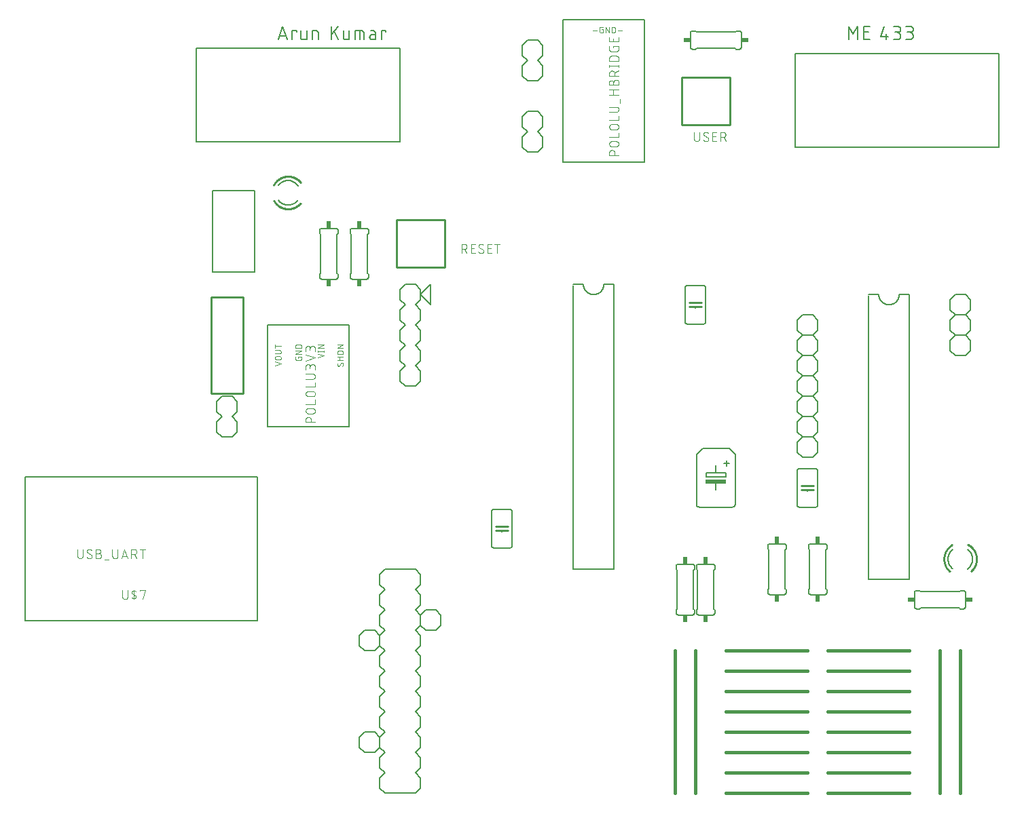
<source format=gto>
G75*
%MOIN*%
%OFA0B0*%
%FSLAX25Y25*%
%IPPOS*%
%LPD*%
%AMOC8*
5,1,8,0,0,1.08239X$1,22.5*
%
%ADD10C,0.00600*%
%ADD11C,0.01600*%
%ADD12C,0.00500*%
%ADD13C,0.00800*%
%ADD14C,0.01000*%
%ADD15C,0.00300*%
%ADD16C,0.00400*%
%ADD17R,0.02400X0.03400*%
%ADD18R,0.10000X0.02000*%
%ADD19R,0.03400X0.02400*%
D10*
X0230423Y0133300D02*
X0230423Y0150300D01*
X0230425Y0150360D01*
X0230430Y0150421D01*
X0230439Y0150480D01*
X0230452Y0150539D01*
X0230468Y0150598D01*
X0230488Y0150655D01*
X0230511Y0150710D01*
X0230538Y0150765D01*
X0230567Y0150817D01*
X0230600Y0150868D01*
X0230636Y0150917D01*
X0230674Y0150963D01*
X0230716Y0151007D01*
X0230760Y0151049D01*
X0230806Y0151087D01*
X0230855Y0151123D01*
X0230906Y0151156D01*
X0230958Y0151185D01*
X0231013Y0151212D01*
X0231068Y0151235D01*
X0231125Y0151255D01*
X0231184Y0151271D01*
X0231243Y0151284D01*
X0231302Y0151293D01*
X0231363Y0151298D01*
X0231423Y0151300D01*
X0239423Y0151300D01*
X0239483Y0151298D01*
X0239544Y0151293D01*
X0239603Y0151284D01*
X0239662Y0151271D01*
X0239721Y0151255D01*
X0239778Y0151235D01*
X0239833Y0151212D01*
X0239888Y0151185D01*
X0239940Y0151156D01*
X0239991Y0151123D01*
X0240040Y0151087D01*
X0240086Y0151049D01*
X0240130Y0151007D01*
X0240172Y0150963D01*
X0240210Y0150917D01*
X0240246Y0150868D01*
X0240279Y0150817D01*
X0240308Y0150765D01*
X0240335Y0150710D01*
X0240358Y0150655D01*
X0240378Y0150598D01*
X0240394Y0150539D01*
X0240407Y0150480D01*
X0240416Y0150421D01*
X0240421Y0150360D01*
X0240423Y0150300D01*
X0240423Y0133300D01*
X0240421Y0133240D01*
X0240416Y0133179D01*
X0240407Y0133120D01*
X0240394Y0133061D01*
X0240378Y0133002D01*
X0240358Y0132945D01*
X0240335Y0132890D01*
X0240308Y0132835D01*
X0240279Y0132783D01*
X0240246Y0132732D01*
X0240210Y0132683D01*
X0240172Y0132637D01*
X0240130Y0132593D01*
X0240086Y0132551D01*
X0240040Y0132513D01*
X0239991Y0132477D01*
X0239940Y0132444D01*
X0239888Y0132415D01*
X0239833Y0132388D01*
X0239778Y0132365D01*
X0239721Y0132345D01*
X0239662Y0132329D01*
X0239603Y0132316D01*
X0239544Y0132307D01*
X0239483Y0132302D01*
X0239423Y0132300D01*
X0231423Y0132300D01*
X0231363Y0132302D01*
X0231302Y0132307D01*
X0231243Y0132316D01*
X0231184Y0132329D01*
X0231125Y0132345D01*
X0231068Y0132365D01*
X0231013Y0132388D01*
X0230958Y0132415D01*
X0230906Y0132444D01*
X0230855Y0132477D01*
X0230806Y0132513D01*
X0230760Y0132551D01*
X0230716Y0132593D01*
X0230674Y0132637D01*
X0230636Y0132683D01*
X0230600Y0132732D01*
X0230567Y0132783D01*
X0230538Y0132835D01*
X0230511Y0132890D01*
X0230488Y0132945D01*
X0230468Y0133002D01*
X0230452Y0133061D01*
X0230439Y0133120D01*
X0230430Y0133179D01*
X0230425Y0133240D01*
X0230423Y0133300D01*
X0235423Y0140300D02*
X0235423Y0140800D01*
X0235423Y0142800D02*
X0235423Y0143300D01*
X0270423Y0121800D02*
X0270423Y0261300D01*
X0270423Y0261800D02*
X0275423Y0261800D01*
X0275425Y0261660D01*
X0275431Y0261520D01*
X0275441Y0261380D01*
X0275454Y0261240D01*
X0275472Y0261101D01*
X0275494Y0260962D01*
X0275519Y0260825D01*
X0275548Y0260687D01*
X0275581Y0260551D01*
X0275618Y0260416D01*
X0275659Y0260282D01*
X0275704Y0260149D01*
X0275752Y0260017D01*
X0275804Y0259887D01*
X0275859Y0259758D01*
X0275918Y0259631D01*
X0275981Y0259505D01*
X0276047Y0259381D01*
X0276116Y0259260D01*
X0276189Y0259140D01*
X0276266Y0259022D01*
X0276345Y0258907D01*
X0276428Y0258793D01*
X0276514Y0258683D01*
X0276603Y0258574D01*
X0276695Y0258468D01*
X0276790Y0258365D01*
X0276887Y0258264D01*
X0276988Y0258167D01*
X0277091Y0258072D01*
X0277197Y0257980D01*
X0277306Y0257891D01*
X0277416Y0257805D01*
X0277530Y0257722D01*
X0277645Y0257643D01*
X0277763Y0257566D01*
X0277883Y0257493D01*
X0278004Y0257424D01*
X0278128Y0257358D01*
X0278254Y0257295D01*
X0278381Y0257236D01*
X0278510Y0257181D01*
X0278640Y0257129D01*
X0278772Y0257081D01*
X0278905Y0257036D01*
X0279039Y0256995D01*
X0279174Y0256958D01*
X0279310Y0256925D01*
X0279448Y0256896D01*
X0279585Y0256871D01*
X0279724Y0256849D01*
X0279863Y0256831D01*
X0280003Y0256818D01*
X0280143Y0256808D01*
X0280283Y0256802D01*
X0280423Y0256800D01*
X0280563Y0256802D01*
X0280703Y0256808D01*
X0280843Y0256818D01*
X0280983Y0256831D01*
X0281122Y0256849D01*
X0281261Y0256871D01*
X0281398Y0256896D01*
X0281536Y0256925D01*
X0281672Y0256958D01*
X0281807Y0256995D01*
X0281941Y0257036D01*
X0282074Y0257081D01*
X0282206Y0257129D01*
X0282336Y0257181D01*
X0282465Y0257236D01*
X0282592Y0257295D01*
X0282718Y0257358D01*
X0282842Y0257424D01*
X0282963Y0257493D01*
X0283083Y0257566D01*
X0283201Y0257643D01*
X0283316Y0257722D01*
X0283430Y0257805D01*
X0283540Y0257891D01*
X0283649Y0257980D01*
X0283755Y0258072D01*
X0283858Y0258167D01*
X0283959Y0258264D01*
X0284056Y0258365D01*
X0284151Y0258468D01*
X0284243Y0258574D01*
X0284332Y0258683D01*
X0284418Y0258793D01*
X0284501Y0258907D01*
X0284580Y0259022D01*
X0284657Y0259140D01*
X0284730Y0259260D01*
X0284799Y0259381D01*
X0284865Y0259505D01*
X0284928Y0259631D01*
X0284987Y0259758D01*
X0285042Y0259887D01*
X0285094Y0260017D01*
X0285142Y0260149D01*
X0285187Y0260282D01*
X0285228Y0260416D01*
X0285265Y0260551D01*
X0285298Y0260687D01*
X0285327Y0260825D01*
X0285352Y0260962D01*
X0285374Y0261101D01*
X0285392Y0261240D01*
X0285405Y0261380D01*
X0285415Y0261520D01*
X0285421Y0261660D01*
X0285423Y0261800D01*
X0290423Y0261800D01*
X0290423Y0121800D01*
X0270423Y0121800D01*
X0320923Y0121800D02*
X0321423Y0121300D01*
X0321423Y0102300D01*
X0320923Y0101800D01*
X0320923Y0100300D01*
X0320925Y0100240D01*
X0320930Y0100179D01*
X0320939Y0100120D01*
X0320952Y0100061D01*
X0320968Y0100002D01*
X0320988Y0099945D01*
X0321011Y0099890D01*
X0321038Y0099835D01*
X0321067Y0099783D01*
X0321100Y0099732D01*
X0321136Y0099683D01*
X0321174Y0099637D01*
X0321216Y0099593D01*
X0321260Y0099551D01*
X0321306Y0099513D01*
X0321355Y0099477D01*
X0321406Y0099444D01*
X0321458Y0099415D01*
X0321513Y0099388D01*
X0321568Y0099365D01*
X0321625Y0099345D01*
X0321684Y0099329D01*
X0321743Y0099316D01*
X0321802Y0099307D01*
X0321863Y0099302D01*
X0321923Y0099300D01*
X0328923Y0099300D01*
X0328983Y0099302D01*
X0329044Y0099307D01*
X0329103Y0099316D01*
X0329162Y0099329D01*
X0329221Y0099345D01*
X0329278Y0099365D01*
X0329333Y0099388D01*
X0329388Y0099415D01*
X0329440Y0099444D01*
X0329491Y0099477D01*
X0329540Y0099513D01*
X0329586Y0099551D01*
X0329630Y0099593D01*
X0329672Y0099637D01*
X0329710Y0099683D01*
X0329746Y0099732D01*
X0329779Y0099783D01*
X0329808Y0099835D01*
X0329835Y0099890D01*
X0329858Y0099945D01*
X0329878Y0100002D01*
X0329894Y0100061D01*
X0329907Y0100120D01*
X0329916Y0100179D01*
X0329921Y0100240D01*
X0329923Y0100300D01*
X0329923Y0101800D01*
X0329423Y0102300D01*
X0329423Y0121300D01*
X0329923Y0121800D01*
X0329923Y0123300D01*
X0329921Y0123360D01*
X0329916Y0123421D01*
X0329907Y0123480D01*
X0329894Y0123539D01*
X0329878Y0123598D01*
X0329858Y0123655D01*
X0329835Y0123710D01*
X0329808Y0123765D01*
X0329779Y0123817D01*
X0329746Y0123868D01*
X0329710Y0123917D01*
X0329672Y0123963D01*
X0329630Y0124007D01*
X0329586Y0124049D01*
X0329540Y0124087D01*
X0329491Y0124123D01*
X0329440Y0124156D01*
X0329388Y0124185D01*
X0329333Y0124212D01*
X0329278Y0124235D01*
X0329221Y0124255D01*
X0329162Y0124271D01*
X0329103Y0124284D01*
X0329044Y0124293D01*
X0328983Y0124298D01*
X0328923Y0124300D01*
X0321923Y0124300D01*
X0321863Y0124298D01*
X0321802Y0124293D01*
X0321743Y0124284D01*
X0321684Y0124271D01*
X0321625Y0124255D01*
X0321568Y0124235D01*
X0321513Y0124212D01*
X0321458Y0124185D01*
X0321406Y0124156D01*
X0321355Y0124123D01*
X0321306Y0124087D01*
X0321260Y0124049D01*
X0321216Y0124007D01*
X0321174Y0123963D01*
X0321136Y0123917D01*
X0321100Y0123868D01*
X0321067Y0123817D01*
X0321038Y0123765D01*
X0321011Y0123710D01*
X0320988Y0123655D01*
X0320968Y0123598D01*
X0320952Y0123539D01*
X0320939Y0123480D01*
X0320930Y0123421D01*
X0320925Y0123360D01*
X0320923Y0123300D01*
X0320923Y0121800D01*
X0330923Y0121800D02*
X0331423Y0121300D01*
X0331423Y0102300D01*
X0330923Y0101800D01*
X0330923Y0100300D01*
X0330925Y0100240D01*
X0330930Y0100179D01*
X0330939Y0100120D01*
X0330952Y0100061D01*
X0330968Y0100002D01*
X0330988Y0099945D01*
X0331011Y0099890D01*
X0331038Y0099835D01*
X0331067Y0099783D01*
X0331100Y0099732D01*
X0331136Y0099683D01*
X0331174Y0099637D01*
X0331216Y0099593D01*
X0331260Y0099551D01*
X0331306Y0099513D01*
X0331355Y0099477D01*
X0331406Y0099444D01*
X0331458Y0099415D01*
X0331513Y0099388D01*
X0331568Y0099365D01*
X0331625Y0099345D01*
X0331684Y0099329D01*
X0331743Y0099316D01*
X0331802Y0099307D01*
X0331863Y0099302D01*
X0331923Y0099300D01*
X0338923Y0099300D01*
X0338983Y0099302D01*
X0339044Y0099307D01*
X0339103Y0099316D01*
X0339162Y0099329D01*
X0339221Y0099345D01*
X0339278Y0099365D01*
X0339333Y0099388D01*
X0339388Y0099415D01*
X0339440Y0099444D01*
X0339491Y0099477D01*
X0339540Y0099513D01*
X0339586Y0099551D01*
X0339630Y0099593D01*
X0339672Y0099637D01*
X0339710Y0099683D01*
X0339746Y0099732D01*
X0339779Y0099783D01*
X0339808Y0099835D01*
X0339835Y0099890D01*
X0339858Y0099945D01*
X0339878Y0100002D01*
X0339894Y0100061D01*
X0339907Y0100120D01*
X0339916Y0100179D01*
X0339921Y0100240D01*
X0339923Y0100300D01*
X0339923Y0101800D01*
X0339423Y0102300D01*
X0339423Y0121300D01*
X0339923Y0121800D01*
X0339923Y0123300D01*
X0339921Y0123360D01*
X0339916Y0123421D01*
X0339907Y0123480D01*
X0339894Y0123539D01*
X0339878Y0123598D01*
X0339858Y0123655D01*
X0339835Y0123710D01*
X0339808Y0123765D01*
X0339779Y0123817D01*
X0339746Y0123868D01*
X0339710Y0123917D01*
X0339672Y0123963D01*
X0339630Y0124007D01*
X0339586Y0124049D01*
X0339540Y0124087D01*
X0339491Y0124123D01*
X0339440Y0124156D01*
X0339388Y0124185D01*
X0339333Y0124212D01*
X0339278Y0124235D01*
X0339221Y0124255D01*
X0339162Y0124271D01*
X0339103Y0124284D01*
X0339044Y0124293D01*
X0338983Y0124298D01*
X0338923Y0124300D01*
X0331923Y0124300D01*
X0331863Y0124298D01*
X0331802Y0124293D01*
X0331743Y0124284D01*
X0331684Y0124271D01*
X0331625Y0124255D01*
X0331568Y0124235D01*
X0331513Y0124212D01*
X0331458Y0124185D01*
X0331406Y0124156D01*
X0331355Y0124123D01*
X0331306Y0124087D01*
X0331260Y0124049D01*
X0331216Y0124007D01*
X0331174Y0123963D01*
X0331136Y0123917D01*
X0331100Y0123868D01*
X0331067Y0123817D01*
X0331038Y0123765D01*
X0331011Y0123710D01*
X0330988Y0123655D01*
X0330968Y0123598D01*
X0330952Y0123539D01*
X0330939Y0123480D01*
X0330930Y0123421D01*
X0330925Y0123360D01*
X0330923Y0123300D01*
X0330923Y0121800D01*
X0365923Y0111800D02*
X0365923Y0110300D01*
X0365925Y0110240D01*
X0365930Y0110179D01*
X0365939Y0110120D01*
X0365952Y0110061D01*
X0365968Y0110002D01*
X0365988Y0109945D01*
X0366011Y0109890D01*
X0366038Y0109835D01*
X0366067Y0109783D01*
X0366100Y0109732D01*
X0366136Y0109683D01*
X0366174Y0109637D01*
X0366216Y0109593D01*
X0366260Y0109551D01*
X0366306Y0109513D01*
X0366355Y0109477D01*
X0366406Y0109444D01*
X0366458Y0109415D01*
X0366513Y0109388D01*
X0366568Y0109365D01*
X0366625Y0109345D01*
X0366684Y0109329D01*
X0366743Y0109316D01*
X0366802Y0109307D01*
X0366863Y0109302D01*
X0366923Y0109300D01*
X0373923Y0109300D01*
X0373983Y0109302D01*
X0374044Y0109307D01*
X0374103Y0109316D01*
X0374162Y0109329D01*
X0374221Y0109345D01*
X0374278Y0109365D01*
X0374333Y0109388D01*
X0374388Y0109415D01*
X0374440Y0109444D01*
X0374491Y0109477D01*
X0374540Y0109513D01*
X0374586Y0109551D01*
X0374630Y0109593D01*
X0374672Y0109637D01*
X0374710Y0109683D01*
X0374746Y0109732D01*
X0374779Y0109783D01*
X0374808Y0109835D01*
X0374835Y0109890D01*
X0374858Y0109945D01*
X0374878Y0110002D01*
X0374894Y0110061D01*
X0374907Y0110120D01*
X0374916Y0110179D01*
X0374921Y0110240D01*
X0374923Y0110300D01*
X0374923Y0111800D01*
X0374423Y0112300D01*
X0374423Y0131300D01*
X0374923Y0131800D01*
X0374923Y0133300D01*
X0374921Y0133360D01*
X0374916Y0133421D01*
X0374907Y0133480D01*
X0374894Y0133539D01*
X0374878Y0133598D01*
X0374858Y0133655D01*
X0374835Y0133710D01*
X0374808Y0133765D01*
X0374779Y0133817D01*
X0374746Y0133868D01*
X0374710Y0133917D01*
X0374672Y0133963D01*
X0374630Y0134007D01*
X0374586Y0134049D01*
X0374540Y0134087D01*
X0374491Y0134123D01*
X0374440Y0134156D01*
X0374388Y0134185D01*
X0374333Y0134212D01*
X0374278Y0134235D01*
X0374221Y0134255D01*
X0374162Y0134271D01*
X0374103Y0134284D01*
X0374044Y0134293D01*
X0373983Y0134298D01*
X0373923Y0134300D01*
X0366923Y0134300D01*
X0366863Y0134298D01*
X0366802Y0134293D01*
X0366743Y0134284D01*
X0366684Y0134271D01*
X0366625Y0134255D01*
X0366568Y0134235D01*
X0366513Y0134212D01*
X0366458Y0134185D01*
X0366406Y0134156D01*
X0366355Y0134123D01*
X0366306Y0134087D01*
X0366260Y0134049D01*
X0366216Y0134007D01*
X0366174Y0133963D01*
X0366136Y0133917D01*
X0366100Y0133868D01*
X0366067Y0133817D01*
X0366038Y0133765D01*
X0366011Y0133710D01*
X0365988Y0133655D01*
X0365968Y0133598D01*
X0365952Y0133539D01*
X0365939Y0133480D01*
X0365930Y0133421D01*
X0365925Y0133360D01*
X0365923Y0133300D01*
X0365923Y0131800D01*
X0366423Y0131300D01*
X0366423Y0112300D01*
X0365923Y0111800D01*
X0385923Y0111800D02*
X0385923Y0110300D01*
X0385925Y0110240D01*
X0385930Y0110179D01*
X0385939Y0110120D01*
X0385952Y0110061D01*
X0385968Y0110002D01*
X0385988Y0109945D01*
X0386011Y0109890D01*
X0386038Y0109835D01*
X0386067Y0109783D01*
X0386100Y0109732D01*
X0386136Y0109683D01*
X0386174Y0109637D01*
X0386216Y0109593D01*
X0386260Y0109551D01*
X0386306Y0109513D01*
X0386355Y0109477D01*
X0386406Y0109444D01*
X0386458Y0109415D01*
X0386513Y0109388D01*
X0386568Y0109365D01*
X0386625Y0109345D01*
X0386684Y0109329D01*
X0386743Y0109316D01*
X0386802Y0109307D01*
X0386863Y0109302D01*
X0386923Y0109300D01*
X0393923Y0109300D01*
X0393983Y0109302D01*
X0394044Y0109307D01*
X0394103Y0109316D01*
X0394162Y0109329D01*
X0394221Y0109345D01*
X0394278Y0109365D01*
X0394333Y0109388D01*
X0394388Y0109415D01*
X0394440Y0109444D01*
X0394491Y0109477D01*
X0394540Y0109513D01*
X0394586Y0109551D01*
X0394630Y0109593D01*
X0394672Y0109637D01*
X0394710Y0109683D01*
X0394746Y0109732D01*
X0394779Y0109783D01*
X0394808Y0109835D01*
X0394835Y0109890D01*
X0394858Y0109945D01*
X0394878Y0110002D01*
X0394894Y0110061D01*
X0394907Y0110120D01*
X0394916Y0110179D01*
X0394921Y0110240D01*
X0394923Y0110300D01*
X0394923Y0111800D01*
X0394423Y0112300D01*
X0394423Y0131300D01*
X0394923Y0131800D01*
X0394923Y0133300D01*
X0394921Y0133360D01*
X0394916Y0133421D01*
X0394907Y0133480D01*
X0394894Y0133539D01*
X0394878Y0133598D01*
X0394858Y0133655D01*
X0394835Y0133710D01*
X0394808Y0133765D01*
X0394779Y0133817D01*
X0394746Y0133868D01*
X0394710Y0133917D01*
X0394672Y0133963D01*
X0394630Y0134007D01*
X0394586Y0134049D01*
X0394540Y0134087D01*
X0394491Y0134123D01*
X0394440Y0134156D01*
X0394388Y0134185D01*
X0394333Y0134212D01*
X0394278Y0134235D01*
X0394221Y0134255D01*
X0394162Y0134271D01*
X0394103Y0134284D01*
X0394044Y0134293D01*
X0393983Y0134298D01*
X0393923Y0134300D01*
X0386923Y0134300D01*
X0386863Y0134298D01*
X0386802Y0134293D01*
X0386743Y0134284D01*
X0386684Y0134271D01*
X0386625Y0134255D01*
X0386568Y0134235D01*
X0386513Y0134212D01*
X0386458Y0134185D01*
X0386406Y0134156D01*
X0386355Y0134123D01*
X0386306Y0134087D01*
X0386260Y0134049D01*
X0386216Y0134007D01*
X0386174Y0133963D01*
X0386136Y0133917D01*
X0386100Y0133868D01*
X0386067Y0133817D01*
X0386038Y0133765D01*
X0386011Y0133710D01*
X0385988Y0133655D01*
X0385968Y0133598D01*
X0385952Y0133539D01*
X0385939Y0133480D01*
X0385930Y0133421D01*
X0385925Y0133360D01*
X0385923Y0133300D01*
X0385923Y0131800D01*
X0386423Y0131300D01*
X0386423Y0112300D01*
X0385923Y0111800D01*
X0415423Y0116800D02*
X0415423Y0256300D01*
X0415423Y0256800D02*
X0420423Y0256800D01*
X0420425Y0256660D01*
X0420431Y0256520D01*
X0420441Y0256380D01*
X0420454Y0256240D01*
X0420472Y0256101D01*
X0420494Y0255962D01*
X0420519Y0255825D01*
X0420548Y0255687D01*
X0420581Y0255551D01*
X0420618Y0255416D01*
X0420659Y0255282D01*
X0420704Y0255149D01*
X0420752Y0255017D01*
X0420804Y0254887D01*
X0420859Y0254758D01*
X0420918Y0254631D01*
X0420981Y0254505D01*
X0421047Y0254381D01*
X0421116Y0254260D01*
X0421189Y0254140D01*
X0421266Y0254022D01*
X0421345Y0253907D01*
X0421428Y0253793D01*
X0421514Y0253683D01*
X0421603Y0253574D01*
X0421695Y0253468D01*
X0421790Y0253365D01*
X0421887Y0253264D01*
X0421988Y0253167D01*
X0422091Y0253072D01*
X0422197Y0252980D01*
X0422306Y0252891D01*
X0422416Y0252805D01*
X0422530Y0252722D01*
X0422645Y0252643D01*
X0422763Y0252566D01*
X0422883Y0252493D01*
X0423004Y0252424D01*
X0423128Y0252358D01*
X0423254Y0252295D01*
X0423381Y0252236D01*
X0423510Y0252181D01*
X0423640Y0252129D01*
X0423772Y0252081D01*
X0423905Y0252036D01*
X0424039Y0251995D01*
X0424174Y0251958D01*
X0424310Y0251925D01*
X0424448Y0251896D01*
X0424585Y0251871D01*
X0424724Y0251849D01*
X0424863Y0251831D01*
X0425003Y0251818D01*
X0425143Y0251808D01*
X0425283Y0251802D01*
X0425423Y0251800D01*
X0425563Y0251802D01*
X0425703Y0251808D01*
X0425843Y0251818D01*
X0425983Y0251831D01*
X0426122Y0251849D01*
X0426261Y0251871D01*
X0426398Y0251896D01*
X0426536Y0251925D01*
X0426672Y0251958D01*
X0426807Y0251995D01*
X0426941Y0252036D01*
X0427074Y0252081D01*
X0427206Y0252129D01*
X0427336Y0252181D01*
X0427465Y0252236D01*
X0427592Y0252295D01*
X0427718Y0252358D01*
X0427842Y0252424D01*
X0427963Y0252493D01*
X0428083Y0252566D01*
X0428201Y0252643D01*
X0428316Y0252722D01*
X0428430Y0252805D01*
X0428540Y0252891D01*
X0428649Y0252980D01*
X0428755Y0253072D01*
X0428858Y0253167D01*
X0428959Y0253264D01*
X0429056Y0253365D01*
X0429151Y0253468D01*
X0429243Y0253574D01*
X0429332Y0253683D01*
X0429418Y0253793D01*
X0429501Y0253907D01*
X0429580Y0254022D01*
X0429657Y0254140D01*
X0429730Y0254260D01*
X0429799Y0254381D01*
X0429865Y0254505D01*
X0429928Y0254631D01*
X0429987Y0254758D01*
X0430042Y0254887D01*
X0430094Y0255017D01*
X0430142Y0255149D01*
X0430187Y0255282D01*
X0430228Y0255416D01*
X0430265Y0255551D01*
X0430298Y0255687D01*
X0430327Y0255825D01*
X0430352Y0255962D01*
X0430374Y0256101D01*
X0430392Y0256240D01*
X0430405Y0256380D01*
X0430415Y0256520D01*
X0430421Y0256660D01*
X0430423Y0256800D01*
X0435423Y0256800D01*
X0435423Y0116800D01*
X0415423Y0116800D01*
X0437923Y0110300D02*
X0437923Y0103300D01*
X0437925Y0103240D01*
X0437930Y0103179D01*
X0437939Y0103120D01*
X0437952Y0103061D01*
X0437968Y0103002D01*
X0437988Y0102945D01*
X0438011Y0102890D01*
X0438038Y0102835D01*
X0438067Y0102783D01*
X0438100Y0102732D01*
X0438136Y0102683D01*
X0438174Y0102637D01*
X0438216Y0102593D01*
X0438260Y0102551D01*
X0438306Y0102513D01*
X0438355Y0102477D01*
X0438406Y0102444D01*
X0438458Y0102415D01*
X0438513Y0102388D01*
X0438568Y0102365D01*
X0438625Y0102345D01*
X0438684Y0102329D01*
X0438743Y0102316D01*
X0438802Y0102307D01*
X0438863Y0102302D01*
X0438923Y0102300D01*
X0440423Y0102300D01*
X0440923Y0102800D01*
X0459923Y0102800D01*
X0460423Y0102300D01*
X0461923Y0102300D01*
X0461983Y0102302D01*
X0462044Y0102307D01*
X0462103Y0102316D01*
X0462162Y0102329D01*
X0462221Y0102345D01*
X0462278Y0102365D01*
X0462333Y0102388D01*
X0462388Y0102415D01*
X0462440Y0102444D01*
X0462491Y0102477D01*
X0462540Y0102513D01*
X0462586Y0102551D01*
X0462630Y0102593D01*
X0462672Y0102637D01*
X0462710Y0102683D01*
X0462746Y0102732D01*
X0462779Y0102783D01*
X0462808Y0102835D01*
X0462835Y0102890D01*
X0462858Y0102945D01*
X0462878Y0103002D01*
X0462894Y0103061D01*
X0462907Y0103120D01*
X0462916Y0103179D01*
X0462921Y0103240D01*
X0462923Y0103300D01*
X0462923Y0110300D01*
X0462921Y0110360D01*
X0462916Y0110421D01*
X0462907Y0110480D01*
X0462894Y0110539D01*
X0462878Y0110598D01*
X0462858Y0110655D01*
X0462835Y0110710D01*
X0462808Y0110765D01*
X0462779Y0110817D01*
X0462746Y0110868D01*
X0462710Y0110917D01*
X0462672Y0110963D01*
X0462630Y0111007D01*
X0462586Y0111049D01*
X0462540Y0111087D01*
X0462491Y0111123D01*
X0462440Y0111156D01*
X0462388Y0111185D01*
X0462333Y0111212D01*
X0462278Y0111235D01*
X0462221Y0111255D01*
X0462162Y0111271D01*
X0462103Y0111284D01*
X0462044Y0111293D01*
X0461983Y0111298D01*
X0461923Y0111300D01*
X0460423Y0111300D01*
X0459923Y0110800D01*
X0440923Y0110800D01*
X0440423Y0111300D01*
X0438923Y0111300D01*
X0438863Y0111298D01*
X0438802Y0111293D01*
X0438743Y0111284D01*
X0438684Y0111271D01*
X0438625Y0111255D01*
X0438568Y0111235D01*
X0438513Y0111212D01*
X0438458Y0111185D01*
X0438406Y0111156D01*
X0438355Y0111123D01*
X0438306Y0111087D01*
X0438260Y0111049D01*
X0438216Y0111007D01*
X0438174Y0110963D01*
X0438136Y0110917D01*
X0438100Y0110868D01*
X0438067Y0110817D01*
X0438038Y0110765D01*
X0438011Y0110710D01*
X0437988Y0110655D01*
X0437968Y0110598D01*
X0437952Y0110539D01*
X0437939Y0110480D01*
X0437930Y0110421D01*
X0437925Y0110360D01*
X0437923Y0110300D01*
X0454423Y0126800D02*
X0454425Y0126952D01*
X0454431Y0127103D01*
X0454440Y0127254D01*
X0454454Y0127406D01*
X0454471Y0127556D01*
X0454492Y0127706D01*
X0454517Y0127856D01*
X0454545Y0128005D01*
X0454578Y0128153D01*
X0454614Y0128300D01*
X0454653Y0128447D01*
X0454697Y0128592D01*
X0454744Y0128736D01*
X0454795Y0128879D01*
X0454849Y0129020D01*
X0454907Y0129161D01*
X0454968Y0129299D01*
X0455033Y0129436D01*
X0455102Y0129572D01*
X0455173Y0129705D01*
X0455248Y0129837D01*
X0455327Y0129967D01*
X0455408Y0130094D01*
X0455493Y0130220D01*
X0455581Y0130344D01*
X0455672Y0130465D01*
X0455766Y0130584D01*
X0455864Y0130700D01*
X0455964Y0130814D01*
X0456066Y0130926D01*
X0456172Y0131034D01*
X0456280Y0131140D01*
X0456391Y0131244D01*
X0456505Y0131344D01*
X0456621Y0131442D01*
X0456740Y0131536D01*
X0466423Y0126800D02*
X0466421Y0126646D01*
X0466415Y0126492D01*
X0466405Y0126338D01*
X0466391Y0126184D01*
X0466374Y0126031D01*
X0466352Y0125879D01*
X0466326Y0125727D01*
X0466297Y0125575D01*
X0466263Y0125425D01*
X0466226Y0125275D01*
X0466185Y0125127D01*
X0466140Y0124979D01*
X0466091Y0124833D01*
X0466039Y0124688D01*
X0465983Y0124545D01*
X0465923Y0124402D01*
X0465860Y0124262D01*
X0465793Y0124123D01*
X0465722Y0123986D01*
X0465648Y0123851D01*
X0465571Y0123718D01*
X0465490Y0123586D01*
X0465406Y0123457D01*
X0465318Y0123330D01*
X0465227Y0123206D01*
X0465134Y0123084D01*
X0465036Y0122964D01*
X0464936Y0122847D01*
X0464833Y0122732D01*
X0464727Y0122620D01*
X0464619Y0122511D01*
X0464507Y0122405D01*
X0464393Y0122301D01*
X0464276Y0122201D01*
X0464157Y0122103D01*
X0464035Y0122009D01*
X0463910Y0121918D01*
X0466423Y0126800D02*
X0466421Y0126950D01*
X0466415Y0127101D01*
X0466406Y0127251D01*
X0466393Y0127400D01*
X0466376Y0127550D01*
X0466355Y0127699D01*
X0466331Y0127847D01*
X0466303Y0127995D01*
X0466271Y0128142D01*
X0466236Y0128288D01*
X0466196Y0128433D01*
X0466154Y0128577D01*
X0466107Y0128720D01*
X0466057Y0128862D01*
X0466004Y0129003D01*
X0465947Y0129142D01*
X0465887Y0129280D01*
X0465823Y0129416D01*
X0465756Y0129550D01*
X0465685Y0129683D01*
X0465611Y0129814D01*
X0465534Y0129943D01*
X0465453Y0130070D01*
X0465370Y0130195D01*
X0465283Y0130318D01*
X0465194Y0130439D01*
X0465101Y0130557D01*
X0465005Y0130673D01*
X0464907Y0130787D01*
X0464806Y0130898D01*
X0464701Y0131007D01*
X0464595Y0131112D01*
X0464485Y0131216D01*
X0464373Y0131316D01*
X0464259Y0131414D01*
X0464142Y0131508D01*
X0464023Y0131600D01*
X0454423Y0126800D02*
X0454425Y0126648D01*
X0454431Y0126497D01*
X0454440Y0126346D01*
X0454454Y0126194D01*
X0454471Y0126044D01*
X0454492Y0125894D01*
X0454517Y0125744D01*
X0454545Y0125595D01*
X0454578Y0125447D01*
X0454614Y0125300D01*
X0454653Y0125153D01*
X0454697Y0125008D01*
X0454744Y0124864D01*
X0454795Y0124721D01*
X0454849Y0124580D01*
X0454907Y0124439D01*
X0454968Y0124301D01*
X0455033Y0124164D01*
X0455102Y0124028D01*
X0455173Y0123895D01*
X0455248Y0123763D01*
X0455327Y0123633D01*
X0455408Y0123506D01*
X0455493Y0123380D01*
X0455581Y0123256D01*
X0455672Y0123135D01*
X0455766Y0123016D01*
X0455864Y0122900D01*
X0455964Y0122786D01*
X0456066Y0122674D01*
X0456172Y0122566D01*
X0456280Y0122460D01*
X0456391Y0122356D01*
X0456505Y0122256D01*
X0456621Y0122158D01*
X0456740Y0122064D01*
X0390423Y0153300D02*
X0390423Y0170300D01*
X0390421Y0170360D01*
X0390416Y0170421D01*
X0390407Y0170480D01*
X0390394Y0170539D01*
X0390378Y0170598D01*
X0390358Y0170655D01*
X0390335Y0170710D01*
X0390308Y0170765D01*
X0390279Y0170817D01*
X0390246Y0170868D01*
X0390210Y0170917D01*
X0390172Y0170963D01*
X0390130Y0171007D01*
X0390086Y0171049D01*
X0390040Y0171087D01*
X0389991Y0171123D01*
X0389940Y0171156D01*
X0389888Y0171185D01*
X0389833Y0171212D01*
X0389778Y0171235D01*
X0389721Y0171255D01*
X0389662Y0171271D01*
X0389603Y0171284D01*
X0389544Y0171293D01*
X0389483Y0171298D01*
X0389423Y0171300D01*
X0381423Y0171300D01*
X0381363Y0171298D01*
X0381302Y0171293D01*
X0381243Y0171284D01*
X0381184Y0171271D01*
X0381125Y0171255D01*
X0381068Y0171235D01*
X0381013Y0171212D01*
X0380958Y0171185D01*
X0380906Y0171156D01*
X0380855Y0171123D01*
X0380806Y0171087D01*
X0380760Y0171049D01*
X0380716Y0171007D01*
X0380674Y0170963D01*
X0380636Y0170917D01*
X0380600Y0170868D01*
X0380567Y0170817D01*
X0380538Y0170765D01*
X0380511Y0170710D01*
X0380488Y0170655D01*
X0380468Y0170598D01*
X0380452Y0170539D01*
X0380439Y0170480D01*
X0380430Y0170421D01*
X0380425Y0170360D01*
X0380423Y0170300D01*
X0380423Y0153300D01*
X0380425Y0153240D01*
X0380430Y0153179D01*
X0380439Y0153120D01*
X0380452Y0153061D01*
X0380468Y0153002D01*
X0380488Y0152945D01*
X0380511Y0152890D01*
X0380538Y0152835D01*
X0380567Y0152783D01*
X0380600Y0152732D01*
X0380636Y0152683D01*
X0380674Y0152637D01*
X0380716Y0152593D01*
X0380760Y0152551D01*
X0380806Y0152513D01*
X0380855Y0152477D01*
X0380906Y0152444D01*
X0380958Y0152415D01*
X0381013Y0152388D01*
X0381068Y0152365D01*
X0381125Y0152345D01*
X0381184Y0152329D01*
X0381243Y0152316D01*
X0381302Y0152307D01*
X0381363Y0152302D01*
X0381423Y0152300D01*
X0389423Y0152300D01*
X0389483Y0152302D01*
X0389544Y0152307D01*
X0389603Y0152316D01*
X0389662Y0152329D01*
X0389721Y0152345D01*
X0389778Y0152365D01*
X0389833Y0152388D01*
X0389888Y0152415D01*
X0389940Y0152444D01*
X0389991Y0152477D01*
X0390040Y0152513D01*
X0390086Y0152551D01*
X0390130Y0152593D01*
X0390172Y0152637D01*
X0390210Y0152683D01*
X0390246Y0152732D01*
X0390279Y0152783D01*
X0390308Y0152835D01*
X0390335Y0152890D01*
X0390358Y0152945D01*
X0390378Y0153002D01*
X0390394Y0153061D01*
X0390407Y0153120D01*
X0390416Y0153179D01*
X0390421Y0153240D01*
X0390423Y0153300D01*
X0385423Y0160300D02*
X0385423Y0160800D01*
X0385423Y0162800D02*
X0385423Y0163300D01*
X0349923Y0153800D02*
X0349923Y0178300D01*
X0346923Y0181300D01*
X0333923Y0181300D01*
X0330923Y0178300D01*
X0330923Y0153800D01*
X0330925Y0153724D01*
X0330931Y0153648D01*
X0330940Y0153573D01*
X0330954Y0153498D01*
X0330971Y0153424D01*
X0330992Y0153351D01*
X0331016Y0153279D01*
X0331045Y0153208D01*
X0331076Y0153139D01*
X0331111Y0153072D01*
X0331150Y0153007D01*
X0331192Y0152943D01*
X0331237Y0152882D01*
X0331285Y0152823D01*
X0331336Y0152767D01*
X0331390Y0152713D01*
X0331446Y0152662D01*
X0331505Y0152614D01*
X0331566Y0152569D01*
X0331630Y0152527D01*
X0331695Y0152488D01*
X0331762Y0152453D01*
X0331831Y0152422D01*
X0331902Y0152393D01*
X0331974Y0152369D01*
X0332047Y0152348D01*
X0332121Y0152331D01*
X0332196Y0152317D01*
X0332271Y0152308D01*
X0332347Y0152302D01*
X0332423Y0152300D01*
X0348423Y0152300D01*
X0348499Y0152302D01*
X0348575Y0152308D01*
X0348650Y0152317D01*
X0348725Y0152331D01*
X0348799Y0152348D01*
X0348872Y0152369D01*
X0348944Y0152393D01*
X0349015Y0152422D01*
X0349084Y0152453D01*
X0349151Y0152488D01*
X0349216Y0152527D01*
X0349280Y0152569D01*
X0349341Y0152614D01*
X0349400Y0152662D01*
X0349456Y0152713D01*
X0349510Y0152767D01*
X0349561Y0152823D01*
X0349609Y0152882D01*
X0349654Y0152943D01*
X0349696Y0153007D01*
X0349735Y0153072D01*
X0349770Y0153139D01*
X0349801Y0153208D01*
X0349830Y0153279D01*
X0349854Y0153351D01*
X0349875Y0153424D01*
X0349892Y0153498D01*
X0349906Y0153573D01*
X0349915Y0153648D01*
X0349921Y0153724D01*
X0349923Y0153800D01*
X0340423Y0160800D02*
X0340423Y0164300D01*
X0340423Y0169300D02*
X0335623Y0169300D01*
X0335623Y0167300D01*
X0345223Y0167300D01*
X0345223Y0169300D01*
X0340423Y0169300D01*
X0340423Y0172800D01*
X0344523Y0173800D02*
X0347023Y0173800D01*
X0345823Y0172500D02*
X0345823Y0175100D01*
X0334423Y0242300D02*
X0326423Y0242300D01*
X0326363Y0242302D01*
X0326302Y0242307D01*
X0326243Y0242316D01*
X0326184Y0242329D01*
X0326125Y0242345D01*
X0326068Y0242365D01*
X0326013Y0242388D01*
X0325958Y0242415D01*
X0325906Y0242444D01*
X0325855Y0242477D01*
X0325806Y0242513D01*
X0325760Y0242551D01*
X0325716Y0242593D01*
X0325674Y0242637D01*
X0325636Y0242683D01*
X0325600Y0242732D01*
X0325567Y0242783D01*
X0325538Y0242835D01*
X0325511Y0242890D01*
X0325488Y0242945D01*
X0325468Y0243002D01*
X0325452Y0243061D01*
X0325439Y0243120D01*
X0325430Y0243179D01*
X0325425Y0243240D01*
X0325423Y0243300D01*
X0325423Y0260300D01*
X0325425Y0260360D01*
X0325430Y0260421D01*
X0325439Y0260480D01*
X0325452Y0260539D01*
X0325468Y0260598D01*
X0325488Y0260655D01*
X0325511Y0260710D01*
X0325538Y0260765D01*
X0325567Y0260817D01*
X0325600Y0260868D01*
X0325636Y0260917D01*
X0325674Y0260963D01*
X0325716Y0261007D01*
X0325760Y0261049D01*
X0325806Y0261087D01*
X0325855Y0261123D01*
X0325906Y0261156D01*
X0325958Y0261185D01*
X0326013Y0261212D01*
X0326068Y0261235D01*
X0326125Y0261255D01*
X0326184Y0261271D01*
X0326243Y0261284D01*
X0326302Y0261293D01*
X0326363Y0261298D01*
X0326423Y0261300D01*
X0334423Y0261300D01*
X0334483Y0261298D01*
X0334544Y0261293D01*
X0334603Y0261284D01*
X0334662Y0261271D01*
X0334721Y0261255D01*
X0334778Y0261235D01*
X0334833Y0261212D01*
X0334888Y0261185D01*
X0334940Y0261156D01*
X0334991Y0261123D01*
X0335040Y0261087D01*
X0335086Y0261049D01*
X0335130Y0261007D01*
X0335172Y0260963D01*
X0335210Y0260917D01*
X0335246Y0260868D01*
X0335279Y0260817D01*
X0335308Y0260765D01*
X0335335Y0260710D01*
X0335358Y0260655D01*
X0335378Y0260598D01*
X0335394Y0260539D01*
X0335407Y0260480D01*
X0335416Y0260421D01*
X0335421Y0260360D01*
X0335423Y0260300D01*
X0335423Y0243300D01*
X0335421Y0243240D01*
X0335416Y0243179D01*
X0335407Y0243120D01*
X0335394Y0243061D01*
X0335378Y0243002D01*
X0335358Y0242945D01*
X0335335Y0242890D01*
X0335308Y0242835D01*
X0335279Y0242783D01*
X0335246Y0242732D01*
X0335210Y0242683D01*
X0335172Y0242637D01*
X0335130Y0242593D01*
X0335086Y0242551D01*
X0335040Y0242513D01*
X0334991Y0242477D01*
X0334940Y0242444D01*
X0334888Y0242415D01*
X0334833Y0242388D01*
X0334778Y0242365D01*
X0334721Y0242345D01*
X0334662Y0242329D01*
X0334603Y0242316D01*
X0334544Y0242307D01*
X0334483Y0242302D01*
X0334423Y0242300D01*
X0330423Y0250300D02*
X0330423Y0250800D01*
X0330423Y0252800D02*
X0330423Y0253300D01*
X0379423Y0329300D02*
X0379423Y0375300D01*
X0479423Y0375300D01*
X0479423Y0329300D01*
X0379423Y0329300D01*
X0351923Y0377300D02*
X0350423Y0377300D01*
X0349923Y0377800D01*
X0330923Y0377800D01*
X0330423Y0377300D01*
X0328923Y0377300D01*
X0328863Y0377302D01*
X0328802Y0377307D01*
X0328743Y0377316D01*
X0328684Y0377329D01*
X0328625Y0377345D01*
X0328568Y0377365D01*
X0328513Y0377388D01*
X0328458Y0377415D01*
X0328406Y0377444D01*
X0328355Y0377477D01*
X0328306Y0377513D01*
X0328260Y0377551D01*
X0328216Y0377593D01*
X0328174Y0377637D01*
X0328136Y0377683D01*
X0328100Y0377732D01*
X0328067Y0377783D01*
X0328038Y0377835D01*
X0328011Y0377890D01*
X0327988Y0377945D01*
X0327968Y0378002D01*
X0327952Y0378061D01*
X0327939Y0378120D01*
X0327930Y0378179D01*
X0327925Y0378240D01*
X0327923Y0378300D01*
X0327923Y0385300D01*
X0327925Y0385360D01*
X0327930Y0385421D01*
X0327939Y0385480D01*
X0327952Y0385539D01*
X0327968Y0385598D01*
X0327988Y0385655D01*
X0328011Y0385710D01*
X0328038Y0385765D01*
X0328067Y0385817D01*
X0328100Y0385868D01*
X0328136Y0385917D01*
X0328174Y0385963D01*
X0328216Y0386007D01*
X0328260Y0386049D01*
X0328306Y0386087D01*
X0328355Y0386123D01*
X0328406Y0386156D01*
X0328458Y0386185D01*
X0328513Y0386212D01*
X0328568Y0386235D01*
X0328625Y0386255D01*
X0328684Y0386271D01*
X0328743Y0386284D01*
X0328802Y0386293D01*
X0328863Y0386298D01*
X0328923Y0386300D01*
X0330423Y0386300D01*
X0330923Y0385800D01*
X0349923Y0385800D01*
X0350423Y0386300D01*
X0351923Y0386300D01*
X0351983Y0386298D01*
X0352044Y0386293D01*
X0352103Y0386284D01*
X0352162Y0386271D01*
X0352221Y0386255D01*
X0352278Y0386235D01*
X0352333Y0386212D01*
X0352388Y0386185D01*
X0352440Y0386156D01*
X0352491Y0386123D01*
X0352540Y0386087D01*
X0352586Y0386049D01*
X0352630Y0386007D01*
X0352672Y0385963D01*
X0352710Y0385917D01*
X0352746Y0385868D01*
X0352779Y0385817D01*
X0352808Y0385765D01*
X0352835Y0385710D01*
X0352858Y0385655D01*
X0352878Y0385598D01*
X0352894Y0385539D01*
X0352907Y0385480D01*
X0352916Y0385421D01*
X0352921Y0385360D01*
X0352923Y0385300D01*
X0352923Y0378300D01*
X0352921Y0378240D01*
X0352916Y0378179D01*
X0352907Y0378120D01*
X0352894Y0378061D01*
X0352878Y0378002D01*
X0352858Y0377945D01*
X0352835Y0377890D01*
X0352808Y0377835D01*
X0352779Y0377783D01*
X0352746Y0377732D01*
X0352710Y0377683D01*
X0352672Y0377637D01*
X0352630Y0377593D01*
X0352586Y0377551D01*
X0352540Y0377513D01*
X0352491Y0377477D01*
X0352440Y0377444D01*
X0352388Y0377415D01*
X0352333Y0377388D01*
X0352278Y0377365D01*
X0352221Y0377345D01*
X0352162Y0377329D01*
X0352103Y0377316D01*
X0352044Y0377307D01*
X0351983Y0377302D01*
X0351923Y0377300D01*
X0405723Y0382100D02*
X0405723Y0388500D01*
X0407857Y0384944D01*
X0409990Y0388500D01*
X0409990Y0382100D01*
X0413065Y0382100D02*
X0413065Y0388500D01*
X0415910Y0388500D01*
X0415198Y0385656D02*
X0413065Y0385656D01*
X0413065Y0382100D02*
X0415910Y0382100D01*
X0421464Y0383522D02*
X0425019Y0383522D01*
X0423953Y0384944D02*
X0423953Y0382100D01*
X0421464Y0383522D02*
X0422886Y0388500D01*
X0427618Y0388500D02*
X0429751Y0388500D01*
X0429825Y0388498D01*
X0429900Y0388492D01*
X0429973Y0388482D01*
X0430047Y0388469D01*
X0430119Y0388452D01*
X0430190Y0388430D01*
X0430261Y0388406D01*
X0430329Y0388377D01*
X0430397Y0388345D01*
X0430462Y0388309D01*
X0430525Y0388271D01*
X0430587Y0388228D01*
X0430646Y0388183D01*
X0430703Y0388135D01*
X0430757Y0388084D01*
X0430808Y0388030D01*
X0430856Y0387973D01*
X0430901Y0387914D01*
X0430944Y0387852D01*
X0430982Y0387789D01*
X0431018Y0387724D01*
X0431050Y0387656D01*
X0431079Y0387588D01*
X0431103Y0387517D01*
X0431125Y0387446D01*
X0431142Y0387374D01*
X0431155Y0387300D01*
X0431165Y0387227D01*
X0431171Y0387152D01*
X0431173Y0387078D01*
X0431171Y0387004D01*
X0431165Y0386929D01*
X0431155Y0386856D01*
X0431142Y0386782D01*
X0431125Y0386710D01*
X0431103Y0386639D01*
X0431079Y0386568D01*
X0431050Y0386500D01*
X0431018Y0386432D01*
X0430982Y0386367D01*
X0430944Y0386304D01*
X0430901Y0386242D01*
X0430856Y0386183D01*
X0430808Y0386126D01*
X0430757Y0386072D01*
X0430703Y0386021D01*
X0430646Y0385973D01*
X0430587Y0385928D01*
X0430525Y0385885D01*
X0430462Y0385847D01*
X0430397Y0385811D01*
X0430329Y0385779D01*
X0430261Y0385750D01*
X0430190Y0385726D01*
X0430119Y0385704D01*
X0430047Y0385687D01*
X0429973Y0385674D01*
X0429900Y0385664D01*
X0429825Y0385658D01*
X0429751Y0385656D01*
X0428329Y0385656D01*
X0429396Y0385656D02*
X0429479Y0385654D01*
X0429562Y0385648D01*
X0429645Y0385638D01*
X0429728Y0385625D01*
X0429809Y0385607D01*
X0429890Y0385586D01*
X0429969Y0385561D01*
X0430047Y0385532D01*
X0430124Y0385500D01*
X0430199Y0385464D01*
X0430273Y0385425D01*
X0430344Y0385382D01*
X0430414Y0385336D01*
X0430481Y0385286D01*
X0430546Y0385234D01*
X0430608Y0385179D01*
X0430668Y0385120D01*
X0430725Y0385059D01*
X0430779Y0384996D01*
X0430830Y0384930D01*
X0430877Y0384861D01*
X0430922Y0384791D01*
X0430963Y0384718D01*
X0431000Y0384644D01*
X0431035Y0384568D01*
X0431065Y0384490D01*
X0431092Y0384412D01*
X0431115Y0384331D01*
X0431135Y0384250D01*
X0431150Y0384168D01*
X0431162Y0384086D01*
X0431170Y0384003D01*
X0431174Y0383920D01*
X0431174Y0383836D01*
X0431170Y0383753D01*
X0431162Y0383670D01*
X0431150Y0383588D01*
X0431135Y0383506D01*
X0431115Y0383425D01*
X0431092Y0383344D01*
X0431065Y0383266D01*
X0431035Y0383188D01*
X0431000Y0383112D01*
X0430963Y0383038D01*
X0430922Y0382965D01*
X0430877Y0382895D01*
X0430830Y0382826D01*
X0430779Y0382760D01*
X0430725Y0382697D01*
X0430668Y0382636D01*
X0430608Y0382577D01*
X0430546Y0382522D01*
X0430481Y0382470D01*
X0430414Y0382420D01*
X0430344Y0382374D01*
X0430273Y0382331D01*
X0430199Y0382292D01*
X0430124Y0382256D01*
X0430047Y0382224D01*
X0429969Y0382195D01*
X0429890Y0382170D01*
X0429809Y0382149D01*
X0429728Y0382131D01*
X0429645Y0382118D01*
X0429562Y0382108D01*
X0429479Y0382102D01*
X0429396Y0382100D01*
X0427618Y0382100D01*
X0433772Y0382100D02*
X0435550Y0382100D01*
X0435633Y0382102D01*
X0435716Y0382108D01*
X0435799Y0382118D01*
X0435882Y0382131D01*
X0435963Y0382149D01*
X0436044Y0382170D01*
X0436123Y0382195D01*
X0436201Y0382224D01*
X0436278Y0382256D01*
X0436353Y0382292D01*
X0436427Y0382331D01*
X0436498Y0382374D01*
X0436568Y0382420D01*
X0436635Y0382470D01*
X0436700Y0382522D01*
X0436762Y0382577D01*
X0436822Y0382636D01*
X0436879Y0382697D01*
X0436933Y0382760D01*
X0436984Y0382826D01*
X0437031Y0382895D01*
X0437076Y0382965D01*
X0437117Y0383038D01*
X0437154Y0383112D01*
X0437189Y0383188D01*
X0437219Y0383266D01*
X0437246Y0383344D01*
X0437269Y0383425D01*
X0437289Y0383506D01*
X0437304Y0383588D01*
X0437316Y0383670D01*
X0437324Y0383753D01*
X0437328Y0383836D01*
X0437328Y0383920D01*
X0437324Y0384003D01*
X0437316Y0384086D01*
X0437304Y0384168D01*
X0437289Y0384250D01*
X0437269Y0384331D01*
X0437246Y0384412D01*
X0437219Y0384490D01*
X0437189Y0384568D01*
X0437154Y0384644D01*
X0437117Y0384718D01*
X0437076Y0384791D01*
X0437031Y0384861D01*
X0436984Y0384930D01*
X0436933Y0384996D01*
X0436879Y0385059D01*
X0436822Y0385120D01*
X0436762Y0385179D01*
X0436700Y0385234D01*
X0436635Y0385286D01*
X0436568Y0385336D01*
X0436498Y0385382D01*
X0436427Y0385425D01*
X0436353Y0385464D01*
X0436278Y0385500D01*
X0436201Y0385532D01*
X0436123Y0385561D01*
X0436044Y0385586D01*
X0435963Y0385607D01*
X0435882Y0385625D01*
X0435799Y0385638D01*
X0435716Y0385648D01*
X0435633Y0385654D01*
X0435550Y0385656D01*
X0435905Y0385656D02*
X0434483Y0385656D01*
X0435905Y0385656D02*
X0435979Y0385658D01*
X0436054Y0385664D01*
X0436127Y0385674D01*
X0436201Y0385687D01*
X0436273Y0385704D01*
X0436344Y0385726D01*
X0436415Y0385750D01*
X0436483Y0385779D01*
X0436551Y0385811D01*
X0436616Y0385847D01*
X0436679Y0385885D01*
X0436741Y0385928D01*
X0436800Y0385973D01*
X0436857Y0386021D01*
X0436911Y0386072D01*
X0436962Y0386126D01*
X0437010Y0386183D01*
X0437055Y0386242D01*
X0437098Y0386304D01*
X0437136Y0386367D01*
X0437172Y0386432D01*
X0437204Y0386500D01*
X0437233Y0386568D01*
X0437257Y0386639D01*
X0437279Y0386710D01*
X0437296Y0386782D01*
X0437309Y0386856D01*
X0437319Y0386929D01*
X0437325Y0387004D01*
X0437327Y0387078D01*
X0437325Y0387152D01*
X0437319Y0387227D01*
X0437309Y0387300D01*
X0437296Y0387374D01*
X0437279Y0387446D01*
X0437257Y0387517D01*
X0437233Y0387588D01*
X0437204Y0387656D01*
X0437172Y0387724D01*
X0437136Y0387789D01*
X0437098Y0387852D01*
X0437055Y0387914D01*
X0437010Y0387973D01*
X0436962Y0388030D01*
X0436911Y0388084D01*
X0436857Y0388135D01*
X0436800Y0388183D01*
X0436741Y0388228D01*
X0436679Y0388271D01*
X0436616Y0388309D01*
X0436551Y0388345D01*
X0436483Y0388377D01*
X0436415Y0388406D01*
X0436344Y0388430D01*
X0436273Y0388452D01*
X0436201Y0388469D01*
X0436127Y0388482D01*
X0436054Y0388492D01*
X0435979Y0388498D01*
X0435905Y0388500D01*
X0433772Y0388500D01*
X0185423Y0377800D02*
X0185423Y0331800D01*
X0085423Y0331800D01*
X0085423Y0377800D01*
X0185423Y0377800D01*
X0176315Y0382100D02*
X0176315Y0386367D01*
X0178449Y0386367D01*
X0178449Y0385656D01*
X0173354Y0385300D02*
X0173354Y0382100D01*
X0171754Y0382100D01*
X0171684Y0382102D01*
X0171615Y0382108D01*
X0171546Y0382118D01*
X0171477Y0382131D01*
X0171410Y0382149D01*
X0171343Y0382170D01*
X0171278Y0382195D01*
X0171214Y0382223D01*
X0171152Y0382255D01*
X0171092Y0382291D01*
X0171034Y0382329D01*
X0170978Y0382371D01*
X0170925Y0382416D01*
X0170874Y0382464D01*
X0170826Y0382515D01*
X0170781Y0382568D01*
X0170739Y0382624D01*
X0170701Y0382682D01*
X0170665Y0382742D01*
X0170633Y0382804D01*
X0170605Y0382868D01*
X0170580Y0382933D01*
X0170559Y0383000D01*
X0170541Y0383067D01*
X0170528Y0383136D01*
X0170518Y0383205D01*
X0170512Y0383274D01*
X0170510Y0383344D01*
X0170512Y0383414D01*
X0170518Y0383483D01*
X0170528Y0383552D01*
X0170541Y0383621D01*
X0170559Y0383688D01*
X0170580Y0383755D01*
X0170605Y0383820D01*
X0170633Y0383884D01*
X0170665Y0383946D01*
X0170701Y0384006D01*
X0170739Y0384064D01*
X0170781Y0384120D01*
X0170826Y0384173D01*
X0170874Y0384224D01*
X0170925Y0384272D01*
X0170978Y0384317D01*
X0171034Y0384359D01*
X0171092Y0384397D01*
X0171152Y0384433D01*
X0171214Y0384465D01*
X0171278Y0384493D01*
X0171343Y0384518D01*
X0171410Y0384539D01*
X0171477Y0384557D01*
X0171546Y0384570D01*
X0171615Y0384580D01*
X0171684Y0384586D01*
X0171754Y0384588D01*
X0171754Y0384589D02*
X0173354Y0384589D01*
X0173354Y0385300D02*
X0173352Y0385364D01*
X0173346Y0385429D01*
X0173337Y0385492D01*
X0173323Y0385555D01*
X0173306Y0385617D01*
X0173285Y0385678D01*
X0173260Y0385738D01*
X0173232Y0385796D01*
X0173200Y0385852D01*
X0173165Y0385906D01*
X0173127Y0385958D01*
X0173086Y0386008D01*
X0173041Y0386054D01*
X0172995Y0386099D01*
X0172945Y0386140D01*
X0172893Y0386178D01*
X0172839Y0386213D01*
X0172783Y0386245D01*
X0172725Y0386273D01*
X0172665Y0386298D01*
X0172604Y0386319D01*
X0172542Y0386336D01*
X0172479Y0386350D01*
X0172416Y0386359D01*
X0172351Y0386365D01*
X0172287Y0386367D01*
X0170865Y0386367D01*
X0167735Y0385300D02*
X0167735Y0382100D01*
X0165601Y0382100D02*
X0165601Y0386367D01*
X0166668Y0386367D02*
X0163468Y0386367D01*
X0163468Y0382100D01*
X0160459Y0382100D02*
X0160459Y0386367D01*
X0157615Y0386367D02*
X0157615Y0383167D01*
X0157614Y0383167D02*
X0157616Y0383103D01*
X0157622Y0383038D01*
X0157631Y0382975D01*
X0157645Y0382912D01*
X0157662Y0382850D01*
X0157683Y0382789D01*
X0157708Y0382729D01*
X0157736Y0382671D01*
X0157768Y0382615D01*
X0157803Y0382561D01*
X0157841Y0382509D01*
X0157882Y0382459D01*
X0157927Y0382413D01*
X0157973Y0382368D01*
X0158023Y0382327D01*
X0158075Y0382289D01*
X0158129Y0382254D01*
X0158185Y0382222D01*
X0158243Y0382194D01*
X0158303Y0382169D01*
X0158364Y0382148D01*
X0158426Y0382131D01*
X0158489Y0382117D01*
X0158552Y0382108D01*
X0158617Y0382102D01*
X0158681Y0382100D01*
X0160459Y0382100D01*
X0155154Y0382100D02*
X0153021Y0386011D01*
X0151598Y0384589D02*
X0155154Y0388500D01*
X0151598Y0388500D02*
X0151598Y0382100D01*
X0145279Y0382100D02*
X0145279Y0385300D01*
X0145280Y0385300D02*
X0145278Y0385364D01*
X0145272Y0385429D01*
X0145263Y0385492D01*
X0145249Y0385555D01*
X0145232Y0385617D01*
X0145211Y0385678D01*
X0145186Y0385738D01*
X0145158Y0385796D01*
X0145126Y0385852D01*
X0145091Y0385906D01*
X0145053Y0385958D01*
X0145012Y0386008D01*
X0144967Y0386054D01*
X0144921Y0386099D01*
X0144871Y0386140D01*
X0144819Y0386178D01*
X0144765Y0386213D01*
X0144709Y0386245D01*
X0144651Y0386273D01*
X0144591Y0386298D01*
X0144530Y0386319D01*
X0144468Y0386336D01*
X0144405Y0386350D01*
X0144342Y0386359D01*
X0144277Y0386365D01*
X0144213Y0386367D01*
X0142435Y0386367D01*
X0142435Y0382100D01*
X0139535Y0382100D02*
X0139535Y0386367D01*
X0136691Y0386367D02*
X0136691Y0383167D01*
X0136693Y0383103D01*
X0136699Y0383038D01*
X0136708Y0382975D01*
X0136722Y0382912D01*
X0136739Y0382850D01*
X0136760Y0382789D01*
X0136785Y0382729D01*
X0136813Y0382671D01*
X0136845Y0382615D01*
X0136880Y0382561D01*
X0136918Y0382509D01*
X0136959Y0382459D01*
X0137004Y0382413D01*
X0137050Y0382368D01*
X0137100Y0382327D01*
X0137152Y0382289D01*
X0137206Y0382254D01*
X0137262Y0382222D01*
X0137320Y0382194D01*
X0137380Y0382169D01*
X0137441Y0382148D01*
X0137503Y0382131D01*
X0137566Y0382117D01*
X0137629Y0382108D01*
X0137694Y0382102D01*
X0137758Y0382100D01*
X0139535Y0382100D01*
X0134550Y0385656D02*
X0134550Y0386367D01*
X0132417Y0386367D01*
X0132417Y0382100D01*
X0129990Y0382100D02*
X0127857Y0388500D01*
X0125723Y0382100D01*
X0126257Y0383700D02*
X0129457Y0383700D01*
X0166668Y0386367D02*
X0166732Y0386365D01*
X0166797Y0386359D01*
X0166860Y0386350D01*
X0166923Y0386336D01*
X0166985Y0386319D01*
X0167046Y0386298D01*
X0167106Y0386273D01*
X0167164Y0386245D01*
X0167220Y0386213D01*
X0167274Y0386178D01*
X0167326Y0386140D01*
X0167376Y0386099D01*
X0167422Y0386054D01*
X0167467Y0386008D01*
X0167508Y0385958D01*
X0167546Y0385906D01*
X0167581Y0385852D01*
X0167613Y0385796D01*
X0167641Y0385738D01*
X0167666Y0385678D01*
X0167687Y0385617D01*
X0167704Y0385555D01*
X0167718Y0385492D01*
X0167727Y0385429D01*
X0167733Y0385364D01*
X0167735Y0385300D01*
X0125687Y0303117D02*
X0125781Y0302998D01*
X0125879Y0302882D01*
X0125979Y0302768D01*
X0126083Y0302657D01*
X0126189Y0302549D01*
X0126297Y0302443D01*
X0126409Y0302341D01*
X0126523Y0302241D01*
X0126639Y0302143D01*
X0126758Y0302049D01*
X0126879Y0301958D01*
X0127003Y0301870D01*
X0127129Y0301785D01*
X0127256Y0301704D01*
X0127386Y0301625D01*
X0127518Y0301550D01*
X0127651Y0301479D01*
X0127787Y0301410D01*
X0127924Y0301345D01*
X0128062Y0301284D01*
X0128203Y0301226D01*
X0128344Y0301172D01*
X0128487Y0301121D01*
X0128631Y0301074D01*
X0128776Y0301030D01*
X0128923Y0300991D01*
X0129070Y0300955D01*
X0129218Y0300922D01*
X0129367Y0300894D01*
X0129517Y0300869D01*
X0129667Y0300848D01*
X0129817Y0300831D01*
X0129969Y0300817D01*
X0130120Y0300808D01*
X0130271Y0300802D01*
X0130423Y0300800D01*
X0125623Y0310400D02*
X0125715Y0310519D01*
X0125809Y0310636D01*
X0125907Y0310750D01*
X0126007Y0310862D01*
X0126111Y0310972D01*
X0126216Y0311078D01*
X0126325Y0311183D01*
X0126436Y0311284D01*
X0126550Y0311382D01*
X0126666Y0311478D01*
X0126784Y0311571D01*
X0126905Y0311660D01*
X0127028Y0311747D01*
X0127153Y0311830D01*
X0127280Y0311911D01*
X0127409Y0311988D01*
X0127540Y0312062D01*
X0127673Y0312133D01*
X0127807Y0312200D01*
X0127943Y0312264D01*
X0128081Y0312324D01*
X0128220Y0312381D01*
X0128361Y0312434D01*
X0128503Y0312484D01*
X0128646Y0312531D01*
X0128790Y0312573D01*
X0128935Y0312613D01*
X0129081Y0312648D01*
X0129228Y0312680D01*
X0129376Y0312708D01*
X0129524Y0312732D01*
X0129673Y0312753D01*
X0129823Y0312770D01*
X0129972Y0312783D01*
X0130122Y0312792D01*
X0130273Y0312798D01*
X0130423Y0312800D01*
X0135159Y0303117D02*
X0135065Y0302998D01*
X0134967Y0302882D01*
X0134867Y0302768D01*
X0134763Y0302657D01*
X0134657Y0302549D01*
X0134549Y0302443D01*
X0134437Y0302341D01*
X0134323Y0302241D01*
X0134207Y0302143D01*
X0134088Y0302049D01*
X0133967Y0301958D01*
X0133843Y0301870D01*
X0133717Y0301785D01*
X0133590Y0301704D01*
X0133460Y0301625D01*
X0133328Y0301550D01*
X0133195Y0301479D01*
X0133059Y0301410D01*
X0132922Y0301345D01*
X0132784Y0301284D01*
X0132643Y0301226D01*
X0132502Y0301172D01*
X0132359Y0301121D01*
X0132215Y0301074D01*
X0132070Y0301030D01*
X0131923Y0300991D01*
X0131776Y0300955D01*
X0131628Y0300922D01*
X0131479Y0300894D01*
X0131329Y0300869D01*
X0131179Y0300848D01*
X0131029Y0300831D01*
X0130877Y0300817D01*
X0130726Y0300808D01*
X0130575Y0300802D01*
X0130423Y0300800D01*
X0135305Y0310287D02*
X0135214Y0310412D01*
X0135120Y0310534D01*
X0135022Y0310653D01*
X0134922Y0310770D01*
X0134818Y0310884D01*
X0134712Y0310996D01*
X0134603Y0311104D01*
X0134491Y0311210D01*
X0134376Y0311313D01*
X0134259Y0311413D01*
X0134139Y0311511D01*
X0134017Y0311604D01*
X0133893Y0311695D01*
X0133766Y0311783D01*
X0133637Y0311867D01*
X0133505Y0311948D01*
X0133372Y0312025D01*
X0133237Y0312099D01*
X0133100Y0312170D01*
X0132961Y0312237D01*
X0132821Y0312300D01*
X0132678Y0312360D01*
X0132535Y0312416D01*
X0132390Y0312468D01*
X0132244Y0312517D01*
X0132096Y0312562D01*
X0131948Y0312603D01*
X0131798Y0312640D01*
X0131648Y0312674D01*
X0131496Y0312703D01*
X0131344Y0312729D01*
X0131192Y0312751D01*
X0131039Y0312768D01*
X0130885Y0312782D01*
X0130731Y0312792D01*
X0130577Y0312798D01*
X0130423Y0312800D01*
X0146923Y0289300D02*
X0153923Y0289300D01*
X0153983Y0289298D01*
X0154044Y0289293D01*
X0154103Y0289284D01*
X0154162Y0289271D01*
X0154221Y0289255D01*
X0154278Y0289235D01*
X0154333Y0289212D01*
X0154388Y0289185D01*
X0154440Y0289156D01*
X0154491Y0289123D01*
X0154540Y0289087D01*
X0154586Y0289049D01*
X0154630Y0289007D01*
X0154672Y0288963D01*
X0154710Y0288917D01*
X0154746Y0288868D01*
X0154779Y0288817D01*
X0154808Y0288765D01*
X0154835Y0288710D01*
X0154858Y0288655D01*
X0154878Y0288598D01*
X0154894Y0288539D01*
X0154907Y0288480D01*
X0154916Y0288421D01*
X0154921Y0288360D01*
X0154923Y0288300D01*
X0154923Y0286800D01*
X0154423Y0286300D01*
X0154423Y0267300D01*
X0154923Y0266800D01*
X0154923Y0265300D01*
X0154921Y0265240D01*
X0154916Y0265179D01*
X0154907Y0265120D01*
X0154894Y0265061D01*
X0154878Y0265002D01*
X0154858Y0264945D01*
X0154835Y0264890D01*
X0154808Y0264835D01*
X0154779Y0264783D01*
X0154746Y0264732D01*
X0154710Y0264683D01*
X0154672Y0264637D01*
X0154630Y0264593D01*
X0154586Y0264551D01*
X0154540Y0264513D01*
X0154491Y0264477D01*
X0154440Y0264444D01*
X0154388Y0264415D01*
X0154333Y0264388D01*
X0154278Y0264365D01*
X0154221Y0264345D01*
X0154162Y0264329D01*
X0154103Y0264316D01*
X0154044Y0264307D01*
X0153983Y0264302D01*
X0153923Y0264300D01*
X0146923Y0264300D01*
X0146863Y0264302D01*
X0146802Y0264307D01*
X0146743Y0264316D01*
X0146684Y0264329D01*
X0146625Y0264345D01*
X0146568Y0264365D01*
X0146513Y0264388D01*
X0146458Y0264415D01*
X0146406Y0264444D01*
X0146355Y0264477D01*
X0146306Y0264513D01*
X0146260Y0264551D01*
X0146216Y0264593D01*
X0146174Y0264637D01*
X0146136Y0264683D01*
X0146100Y0264732D01*
X0146067Y0264783D01*
X0146038Y0264835D01*
X0146011Y0264890D01*
X0145988Y0264945D01*
X0145968Y0265002D01*
X0145952Y0265061D01*
X0145939Y0265120D01*
X0145930Y0265179D01*
X0145925Y0265240D01*
X0145923Y0265300D01*
X0145923Y0266800D01*
X0146423Y0267300D01*
X0146423Y0286300D01*
X0145923Y0286800D01*
X0145923Y0288300D01*
X0145925Y0288360D01*
X0145930Y0288421D01*
X0145939Y0288480D01*
X0145952Y0288539D01*
X0145968Y0288598D01*
X0145988Y0288655D01*
X0146011Y0288710D01*
X0146038Y0288765D01*
X0146067Y0288817D01*
X0146100Y0288868D01*
X0146136Y0288917D01*
X0146174Y0288963D01*
X0146216Y0289007D01*
X0146260Y0289049D01*
X0146306Y0289087D01*
X0146355Y0289123D01*
X0146406Y0289156D01*
X0146458Y0289185D01*
X0146513Y0289212D01*
X0146568Y0289235D01*
X0146625Y0289255D01*
X0146684Y0289271D01*
X0146743Y0289284D01*
X0146802Y0289293D01*
X0146863Y0289298D01*
X0146923Y0289300D01*
X0160923Y0288300D02*
X0160923Y0286800D01*
X0161423Y0286300D01*
X0161423Y0267300D01*
X0160923Y0266800D01*
X0160923Y0265300D01*
X0160925Y0265240D01*
X0160930Y0265179D01*
X0160939Y0265120D01*
X0160952Y0265061D01*
X0160968Y0265002D01*
X0160988Y0264945D01*
X0161011Y0264890D01*
X0161038Y0264835D01*
X0161067Y0264783D01*
X0161100Y0264732D01*
X0161136Y0264683D01*
X0161174Y0264637D01*
X0161216Y0264593D01*
X0161260Y0264551D01*
X0161306Y0264513D01*
X0161355Y0264477D01*
X0161406Y0264444D01*
X0161458Y0264415D01*
X0161513Y0264388D01*
X0161568Y0264365D01*
X0161625Y0264345D01*
X0161684Y0264329D01*
X0161743Y0264316D01*
X0161802Y0264307D01*
X0161863Y0264302D01*
X0161923Y0264300D01*
X0168923Y0264300D01*
X0168983Y0264302D01*
X0169044Y0264307D01*
X0169103Y0264316D01*
X0169162Y0264329D01*
X0169221Y0264345D01*
X0169278Y0264365D01*
X0169333Y0264388D01*
X0169388Y0264415D01*
X0169440Y0264444D01*
X0169491Y0264477D01*
X0169540Y0264513D01*
X0169586Y0264551D01*
X0169630Y0264593D01*
X0169672Y0264637D01*
X0169710Y0264683D01*
X0169746Y0264732D01*
X0169779Y0264783D01*
X0169808Y0264835D01*
X0169835Y0264890D01*
X0169858Y0264945D01*
X0169878Y0265002D01*
X0169894Y0265061D01*
X0169907Y0265120D01*
X0169916Y0265179D01*
X0169921Y0265240D01*
X0169923Y0265300D01*
X0169923Y0266800D01*
X0169423Y0267300D01*
X0169423Y0286300D01*
X0169923Y0286800D01*
X0169923Y0288300D01*
X0169921Y0288360D01*
X0169916Y0288421D01*
X0169907Y0288480D01*
X0169894Y0288539D01*
X0169878Y0288598D01*
X0169858Y0288655D01*
X0169835Y0288710D01*
X0169808Y0288765D01*
X0169779Y0288817D01*
X0169746Y0288868D01*
X0169710Y0288917D01*
X0169672Y0288963D01*
X0169630Y0289007D01*
X0169586Y0289049D01*
X0169540Y0289087D01*
X0169491Y0289123D01*
X0169440Y0289156D01*
X0169388Y0289185D01*
X0169333Y0289212D01*
X0169278Y0289235D01*
X0169221Y0289255D01*
X0169162Y0289271D01*
X0169103Y0289284D01*
X0169044Y0289293D01*
X0168983Y0289298D01*
X0168923Y0289300D01*
X0161923Y0289300D01*
X0161863Y0289298D01*
X0161802Y0289293D01*
X0161743Y0289284D01*
X0161684Y0289271D01*
X0161625Y0289255D01*
X0161568Y0289235D01*
X0161513Y0289212D01*
X0161458Y0289185D01*
X0161406Y0289156D01*
X0161355Y0289123D01*
X0161306Y0289087D01*
X0161260Y0289049D01*
X0161216Y0289007D01*
X0161174Y0288963D01*
X0161136Y0288917D01*
X0161100Y0288868D01*
X0161067Y0288817D01*
X0161038Y0288765D01*
X0161011Y0288710D01*
X0160988Y0288655D01*
X0160968Y0288598D01*
X0160952Y0288539D01*
X0160939Y0288480D01*
X0160930Y0288421D01*
X0160925Y0288360D01*
X0160923Y0288300D01*
D11*
X0320423Y0081800D02*
X0320423Y0011800D01*
X0330423Y0011800D02*
X0330423Y0081800D01*
X0345423Y0081800D02*
X0385423Y0081800D01*
X0385423Y0071800D02*
X0345423Y0071800D01*
X0345423Y0061800D02*
X0385423Y0061800D01*
X0385423Y0051800D02*
X0345423Y0051800D01*
X0345423Y0041800D02*
X0385423Y0041800D01*
X0385423Y0031800D02*
X0345423Y0031800D01*
X0345423Y0021800D02*
X0385423Y0021800D01*
X0385423Y0011800D02*
X0345423Y0011800D01*
X0395423Y0011800D02*
X0435423Y0011800D01*
X0435423Y0021800D02*
X0395423Y0021800D01*
X0395423Y0031800D02*
X0435423Y0031800D01*
X0435423Y0041800D02*
X0395423Y0041800D01*
X0395423Y0051800D02*
X0435423Y0051800D01*
X0435423Y0061800D02*
X0395423Y0061800D01*
X0395423Y0071800D02*
X0435423Y0071800D01*
X0435423Y0081800D02*
X0395423Y0081800D01*
X0450423Y0081800D02*
X0450423Y0011800D01*
X0460423Y0011800D02*
X0460423Y0081800D01*
D12*
X0001250Y0096367D02*
X0001250Y0167233D01*
X0115423Y0167233D01*
X0115423Y0096367D01*
X0001250Y0096367D01*
X0120423Y0191800D02*
X0120423Y0241800D01*
X0160423Y0241800D01*
X0160423Y0191800D01*
X0120423Y0191800D01*
X0195423Y0256800D02*
X0200423Y0251800D01*
X0200423Y0261800D01*
X0195423Y0256800D01*
X0265344Y0321761D02*
X0305502Y0321761D01*
X0305502Y0391839D01*
X0265344Y0391839D01*
X0265344Y0321761D01*
X0113923Y0307800D02*
X0113923Y0267800D01*
X0093215Y0267800D01*
X0093215Y0307800D01*
X0113923Y0307800D01*
D13*
X0185423Y0259300D02*
X0185423Y0254300D01*
X0187923Y0251800D01*
X0185423Y0249300D01*
X0185423Y0244300D01*
X0187923Y0241800D01*
X0185423Y0239300D01*
X0185423Y0234300D01*
X0187923Y0231800D01*
X0185423Y0229300D01*
X0185423Y0224300D01*
X0187923Y0221800D01*
X0185423Y0219300D01*
X0185423Y0214300D01*
X0187923Y0211800D01*
X0192923Y0211800D01*
X0195423Y0214300D01*
X0195423Y0219300D01*
X0192923Y0221800D01*
X0195423Y0224300D01*
X0195423Y0229300D01*
X0192923Y0231800D01*
X0195423Y0234300D01*
X0195423Y0239300D01*
X0192923Y0241800D01*
X0195423Y0244300D01*
X0195423Y0249300D01*
X0192923Y0251800D01*
X0195423Y0254300D01*
X0195423Y0256800D01*
X0195423Y0259300D01*
X0192923Y0261800D01*
X0187923Y0261800D01*
X0185423Y0259300D01*
X0247923Y0326800D02*
X0245423Y0329300D01*
X0245423Y0334300D01*
X0247923Y0336800D01*
X0245423Y0339300D01*
X0245423Y0344300D01*
X0247923Y0346800D01*
X0252923Y0346800D01*
X0255423Y0344300D01*
X0255423Y0339300D01*
X0252923Y0336800D01*
X0255423Y0334300D01*
X0255423Y0329300D01*
X0252923Y0326800D01*
X0247923Y0326800D01*
X0247923Y0361800D02*
X0245423Y0364300D01*
X0245423Y0369300D01*
X0247923Y0371800D01*
X0245423Y0374300D01*
X0245423Y0379300D01*
X0247923Y0381800D01*
X0252923Y0381800D01*
X0255423Y0379300D01*
X0255423Y0374300D01*
X0252923Y0371800D01*
X0255423Y0369300D01*
X0255423Y0364300D01*
X0252923Y0361800D01*
X0247923Y0361800D01*
X0380423Y0244300D02*
X0380423Y0239300D01*
X0382923Y0236800D01*
X0387923Y0236800D01*
X0390423Y0234300D01*
X0390423Y0229300D01*
X0387923Y0226800D01*
X0382923Y0226800D01*
X0380423Y0224300D01*
X0380423Y0219300D01*
X0382923Y0216800D01*
X0387923Y0216800D01*
X0390423Y0214300D01*
X0390423Y0209300D01*
X0387923Y0206800D01*
X0382923Y0206800D01*
X0380423Y0204300D01*
X0380423Y0199300D01*
X0382923Y0196800D01*
X0387923Y0196800D01*
X0390423Y0194300D01*
X0390423Y0189300D01*
X0387923Y0186800D01*
X0382923Y0186800D01*
X0380423Y0184300D01*
X0380423Y0179300D01*
X0382923Y0176800D01*
X0387923Y0176800D01*
X0390423Y0179300D01*
X0390423Y0184300D01*
X0387923Y0186800D01*
X0382923Y0186800D01*
X0380423Y0189300D01*
X0380423Y0194300D01*
X0382923Y0196800D01*
X0387923Y0196800D01*
X0390423Y0199300D01*
X0390423Y0204300D01*
X0387923Y0206800D01*
X0382923Y0206800D01*
X0380423Y0209300D01*
X0380423Y0214300D01*
X0382923Y0216800D01*
X0387923Y0216800D01*
X0390423Y0219300D01*
X0390423Y0224300D01*
X0387923Y0226800D01*
X0382923Y0226800D01*
X0380423Y0229300D01*
X0380423Y0234300D01*
X0382923Y0236800D01*
X0387923Y0236800D01*
X0390423Y0239300D01*
X0390423Y0244300D01*
X0387923Y0246800D01*
X0382923Y0246800D01*
X0380423Y0244300D01*
X0455423Y0244300D02*
X0455423Y0239300D01*
X0457923Y0236800D01*
X0462923Y0236800D01*
X0465423Y0234300D01*
X0465423Y0229300D01*
X0462923Y0226800D01*
X0457923Y0226800D01*
X0455423Y0229300D01*
X0455423Y0234300D01*
X0457923Y0236800D01*
X0462923Y0236800D01*
X0465423Y0239300D01*
X0465423Y0244300D01*
X0462923Y0246800D01*
X0457923Y0246800D01*
X0455423Y0244300D01*
X0457923Y0246800D02*
X0462923Y0246800D01*
X0465423Y0249300D01*
X0465423Y0254300D01*
X0462923Y0256800D01*
X0457923Y0256800D01*
X0455423Y0254300D01*
X0455423Y0249300D01*
X0457923Y0246800D01*
X0205423Y0099300D02*
X0205423Y0094300D01*
X0202923Y0091800D01*
X0197923Y0091800D01*
X0195423Y0094300D01*
X0195423Y0099300D01*
X0197923Y0101800D01*
X0202923Y0101800D01*
X0205423Y0099300D01*
X0195423Y0099300D02*
X0195423Y0094300D01*
X0192923Y0091800D01*
X0195423Y0089300D01*
X0195423Y0084300D01*
X0192923Y0081800D01*
X0195423Y0079300D01*
X0195423Y0074300D01*
X0192923Y0071800D01*
X0195423Y0069300D01*
X0195423Y0064300D01*
X0192923Y0061800D01*
X0195423Y0059300D01*
X0195423Y0054300D01*
X0192923Y0051800D01*
X0195423Y0049300D01*
X0195423Y0044300D01*
X0192923Y0041800D01*
X0195423Y0039300D01*
X0195423Y0034300D01*
X0192923Y0031800D01*
X0195423Y0029300D01*
X0195423Y0024300D01*
X0192923Y0021800D01*
X0195423Y0019300D01*
X0195423Y0014300D01*
X0192923Y0011800D01*
X0177923Y0011800D01*
X0175423Y0014300D01*
X0175423Y0019300D01*
X0177923Y0021800D01*
X0175423Y0024300D01*
X0175423Y0029300D01*
X0177923Y0031800D01*
X0175423Y0034300D01*
X0175423Y0039300D01*
X0172923Y0041800D01*
X0167923Y0041800D01*
X0165423Y0039300D01*
X0165423Y0034300D01*
X0167923Y0031800D01*
X0172923Y0031800D01*
X0175423Y0034300D01*
X0175423Y0039300D01*
X0177923Y0041800D01*
X0175423Y0044300D01*
X0175423Y0049300D01*
X0177923Y0051800D01*
X0175423Y0054300D01*
X0175423Y0059300D01*
X0177923Y0061800D01*
X0175423Y0064300D01*
X0175423Y0069300D01*
X0177923Y0071800D01*
X0175423Y0074300D01*
X0175423Y0079300D01*
X0177923Y0081800D01*
X0175423Y0084300D01*
X0175423Y0089300D01*
X0172923Y0091800D01*
X0167923Y0091800D01*
X0165423Y0089300D01*
X0165423Y0084300D01*
X0167923Y0081800D01*
X0172923Y0081800D01*
X0175423Y0084300D01*
X0175423Y0089300D01*
X0177923Y0091800D01*
X0175423Y0094300D01*
X0175423Y0099300D01*
X0177923Y0101800D01*
X0175423Y0104300D01*
X0175423Y0109300D01*
X0177923Y0111800D01*
X0175423Y0114300D01*
X0175423Y0119300D01*
X0177923Y0121800D01*
X0192923Y0121800D01*
X0195423Y0119300D01*
X0195423Y0114300D01*
X0192923Y0111800D01*
X0195423Y0109300D01*
X0195423Y0104300D01*
X0192923Y0101800D01*
X0195423Y0099300D01*
X0105423Y0189300D02*
X0102923Y0186800D01*
X0097923Y0186800D01*
X0095423Y0189300D01*
X0095423Y0194300D01*
X0097923Y0196800D01*
X0095423Y0199300D01*
X0095423Y0204300D01*
X0097923Y0206800D01*
X0102923Y0206800D01*
X0105423Y0204300D01*
X0105423Y0199300D01*
X0102923Y0196800D01*
X0105423Y0194300D01*
X0105423Y0189300D01*
D14*
X0108297Y0208178D02*
X0092549Y0208178D01*
X0092549Y0255422D01*
X0108297Y0255422D01*
X0108297Y0208178D01*
X0183612Y0269989D02*
X0207234Y0269989D01*
X0207234Y0293611D01*
X0183612Y0293611D01*
X0183612Y0269989D01*
X0130423Y0314800D02*
X0130231Y0314798D01*
X0130039Y0314791D01*
X0129847Y0314779D01*
X0129655Y0314763D01*
X0129464Y0314742D01*
X0129274Y0314717D01*
X0129084Y0314687D01*
X0128895Y0314653D01*
X0128707Y0314614D01*
X0128520Y0314570D01*
X0128334Y0314522D01*
X0128149Y0314470D01*
X0127965Y0314413D01*
X0127783Y0314352D01*
X0127603Y0314286D01*
X0127424Y0314216D01*
X0127246Y0314142D01*
X0127071Y0314064D01*
X0126897Y0313981D01*
X0126726Y0313894D01*
X0126557Y0313804D01*
X0126390Y0313709D01*
X0126225Y0313610D01*
X0126062Y0313507D01*
X0125903Y0313400D01*
X0125745Y0313290D01*
X0125591Y0313176D01*
X0125439Y0313058D01*
X0125290Y0312936D01*
X0125144Y0312811D01*
X0125002Y0312683D01*
X0124862Y0312551D01*
X0124725Y0312416D01*
X0124592Y0312277D01*
X0124462Y0312136D01*
X0124336Y0311991D01*
X0124213Y0311843D01*
X0124094Y0311693D01*
X0123978Y0311539D01*
X0123866Y0311383D01*
X0123758Y0311224D01*
X0123653Y0311063D01*
X0123553Y0310899D01*
X0123457Y0310733D01*
X0123364Y0310565D01*
X0123477Y0302831D02*
X0123576Y0302662D01*
X0123680Y0302496D01*
X0123787Y0302332D01*
X0123898Y0302171D01*
X0124013Y0302013D01*
X0124132Y0301858D01*
X0124255Y0301705D01*
X0124381Y0301556D01*
X0124511Y0301410D01*
X0124645Y0301267D01*
X0124782Y0301127D01*
X0124922Y0300991D01*
X0125066Y0300858D01*
X0125213Y0300729D01*
X0125363Y0300603D01*
X0125516Y0300482D01*
X0125672Y0300363D01*
X0125831Y0300249D01*
X0125992Y0300139D01*
X0126157Y0300033D01*
X0126323Y0299930D01*
X0126493Y0299832D01*
X0126664Y0299738D01*
X0126838Y0299648D01*
X0127014Y0299563D01*
X0127192Y0299481D01*
X0127372Y0299405D01*
X0127554Y0299332D01*
X0127737Y0299264D01*
X0127922Y0299201D01*
X0128109Y0299142D01*
X0128297Y0299088D01*
X0128486Y0299038D01*
X0128676Y0298993D01*
X0128868Y0298953D01*
X0129060Y0298917D01*
X0129253Y0298886D01*
X0129447Y0298860D01*
X0129642Y0298838D01*
X0129837Y0298822D01*
X0130032Y0298810D01*
X0130228Y0298802D01*
X0130423Y0298800D01*
X0130616Y0298802D01*
X0130809Y0298809D01*
X0131001Y0298821D01*
X0131194Y0298837D01*
X0131386Y0298858D01*
X0131577Y0298884D01*
X0131767Y0298914D01*
X0131957Y0298949D01*
X0132146Y0298988D01*
X0132334Y0299032D01*
X0132521Y0299080D01*
X0132707Y0299133D01*
X0132891Y0299190D01*
X0133074Y0299252D01*
X0133255Y0299318D01*
X0133435Y0299389D01*
X0133613Y0299463D01*
X0133789Y0299542D01*
X0133963Y0299626D01*
X0134135Y0299713D01*
X0134305Y0299805D01*
X0134472Y0299901D01*
X0134638Y0300000D01*
X0134801Y0300104D01*
X0134961Y0300211D01*
X0135118Y0300323D01*
X0135273Y0300438D01*
X0135425Y0300557D01*
X0135574Y0300679D01*
X0135721Y0300805D01*
X0135864Y0300935D01*
X0136004Y0301068D01*
X0136140Y0301204D01*
X0136274Y0301344D01*
X0136403Y0301486D01*
X0136530Y0301632D01*
X0136569Y0311922D02*
X0136442Y0312070D01*
X0136312Y0312215D01*
X0136179Y0312356D01*
X0136042Y0312495D01*
X0135902Y0312630D01*
X0135758Y0312761D01*
X0135611Y0312889D01*
X0135462Y0313014D01*
X0135309Y0313135D01*
X0135154Y0313252D01*
X0134995Y0313365D01*
X0134834Y0313474D01*
X0134670Y0313579D01*
X0134504Y0313681D01*
X0134335Y0313778D01*
X0134165Y0313871D01*
X0133991Y0313960D01*
X0133816Y0314045D01*
X0133639Y0314125D01*
X0133460Y0314201D01*
X0133279Y0314273D01*
X0133096Y0314340D01*
X0132912Y0314403D01*
X0132726Y0314461D01*
X0132539Y0314515D01*
X0132351Y0314564D01*
X0132161Y0314609D01*
X0131971Y0314649D01*
X0131779Y0314684D01*
X0131587Y0314715D01*
X0131394Y0314741D01*
X0131200Y0314762D01*
X0131006Y0314779D01*
X0130812Y0314791D01*
X0130618Y0314798D01*
X0130423Y0314800D01*
X0323612Y0339989D02*
X0347234Y0339989D01*
X0347234Y0363611D01*
X0323612Y0363611D01*
X0323612Y0339989D01*
X0327423Y0252800D02*
X0330423Y0252800D01*
X0333423Y0252800D01*
X0333423Y0250800D02*
X0330423Y0250800D01*
X0327423Y0250800D01*
X0382423Y0162800D02*
X0385423Y0162800D01*
X0388423Y0162800D01*
X0388423Y0160800D02*
X0385423Y0160800D01*
X0382423Y0160800D01*
X0452423Y0126800D02*
X0452425Y0126995D01*
X0452433Y0127191D01*
X0452445Y0127386D01*
X0452461Y0127581D01*
X0452483Y0127776D01*
X0452509Y0127970D01*
X0452540Y0128163D01*
X0452576Y0128355D01*
X0452616Y0128547D01*
X0452661Y0128737D01*
X0452711Y0128926D01*
X0452765Y0129114D01*
X0452824Y0129301D01*
X0452887Y0129486D01*
X0452955Y0129669D01*
X0453028Y0129851D01*
X0453104Y0130031D01*
X0453186Y0130209D01*
X0453271Y0130385D01*
X0453361Y0130559D01*
X0453455Y0130730D01*
X0453553Y0130900D01*
X0453656Y0131066D01*
X0453762Y0131231D01*
X0453872Y0131392D01*
X0453986Y0131551D01*
X0454105Y0131707D01*
X0454226Y0131860D01*
X0454352Y0132010D01*
X0454481Y0132157D01*
X0454614Y0132301D01*
X0454750Y0132441D01*
X0454890Y0132578D01*
X0455033Y0132712D01*
X0455179Y0132842D01*
X0455328Y0132968D01*
X0455481Y0133091D01*
X0455636Y0133210D01*
X0455794Y0133325D01*
X0455955Y0133436D01*
X0456119Y0133543D01*
X0456285Y0133647D01*
X0456454Y0133746D01*
X0468423Y0126800D02*
X0468421Y0126605D01*
X0468414Y0126411D01*
X0468402Y0126217D01*
X0468385Y0126023D01*
X0468364Y0125829D01*
X0468338Y0125636D01*
X0468307Y0125444D01*
X0468272Y0125252D01*
X0468232Y0125062D01*
X0468187Y0124872D01*
X0468138Y0124684D01*
X0468084Y0124497D01*
X0468026Y0124311D01*
X0467963Y0124127D01*
X0467896Y0123944D01*
X0467824Y0123763D01*
X0467748Y0123584D01*
X0467668Y0123407D01*
X0467583Y0123232D01*
X0467494Y0123058D01*
X0467401Y0122888D01*
X0467304Y0122719D01*
X0467202Y0122553D01*
X0467097Y0122389D01*
X0466988Y0122228D01*
X0466875Y0122069D01*
X0466758Y0121914D01*
X0466637Y0121761D01*
X0466512Y0121612D01*
X0466384Y0121465D01*
X0466253Y0121321D01*
X0466118Y0121181D01*
X0465979Y0121044D01*
X0465838Y0120911D01*
X0465693Y0120781D01*
X0465545Y0120654D01*
X0468423Y0126800D02*
X0468421Y0126992D01*
X0468414Y0127184D01*
X0468402Y0127376D01*
X0468386Y0127568D01*
X0468365Y0127759D01*
X0468340Y0127949D01*
X0468310Y0128139D01*
X0468276Y0128328D01*
X0468237Y0128516D01*
X0468193Y0128703D01*
X0468145Y0128889D01*
X0468093Y0129074D01*
X0468036Y0129258D01*
X0467975Y0129440D01*
X0467909Y0129620D01*
X0467839Y0129799D01*
X0467765Y0129977D01*
X0467687Y0130152D01*
X0467604Y0130326D01*
X0467517Y0130497D01*
X0467427Y0130666D01*
X0467332Y0130833D01*
X0467233Y0130998D01*
X0467130Y0131161D01*
X0467023Y0131320D01*
X0466913Y0131478D01*
X0466799Y0131632D01*
X0466681Y0131784D01*
X0466559Y0131933D01*
X0466434Y0132079D01*
X0466306Y0132221D01*
X0466174Y0132361D01*
X0466039Y0132498D01*
X0465900Y0132631D01*
X0465759Y0132761D01*
X0465614Y0132887D01*
X0465466Y0133010D01*
X0465316Y0133129D01*
X0465162Y0133245D01*
X0465006Y0133357D01*
X0464847Y0133465D01*
X0464686Y0133570D01*
X0464522Y0133670D01*
X0464356Y0133766D01*
X0464188Y0133859D01*
X0452423Y0126800D02*
X0452425Y0126607D01*
X0452432Y0126414D01*
X0452444Y0126222D01*
X0452460Y0126029D01*
X0452481Y0125837D01*
X0452507Y0125646D01*
X0452537Y0125456D01*
X0452572Y0125266D01*
X0452611Y0125077D01*
X0452655Y0124889D01*
X0452703Y0124702D01*
X0452756Y0124516D01*
X0452813Y0124332D01*
X0452875Y0124149D01*
X0452941Y0123968D01*
X0453012Y0123788D01*
X0453086Y0123610D01*
X0453165Y0123434D01*
X0453249Y0123260D01*
X0453336Y0123088D01*
X0453428Y0122918D01*
X0453524Y0122751D01*
X0453623Y0122585D01*
X0453727Y0122422D01*
X0453834Y0122262D01*
X0453946Y0122105D01*
X0454061Y0121950D01*
X0454180Y0121798D01*
X0454302Y0121649D01*
X0454428Y0121502D01*
X0454558Y0121359D01*
X0454691Y0121219D01*
X0454827Y0121083D01*
X0454967Y0120949D01*
X0455109Y0120820D01*
X0455255Y0120693D01*
X0238423Y0140800D02*
X0235423Y0140800D01*
X0232423Y0140800D01*
X0232423Y0142800D02*
X0235423Y0142800D01*
X0238423Y0142800D01*
D15*
X0156829Y0223127D02*
X0156780Y0223125D01*
X0156732Y0223120D01*
X0156684Y0223111D01*
X0156638Y0223098D01*
X0156592Y0223082D01*
X0156547Y0223063D01*
X0156504Y0223041D01*
X0156463Y0223015D01*
X0156424Y0222986D01*
X0156387Y0222955D01*
X0156352Y0222921D01*
X0156320Y0222884D01*
X0156291Y0222845D01*
X0156265Y0222805D01*
X0156265Y0222804D02*
X0155782Y0221918D01*
X0154574Y0222240D02*
X0154576Y0222305D01*
X0154581Y0222369D01*
X0154590Y0222434D01*
X0154602Y0222497D01*
X0154617Y0222560D01*
X0154636Y0222622D01*
X0154658Y0222683D01*
X0154683Y0222742D01*
X0154712Y0222801D01*
X0154744Y0222857D01*
X0154778Y0222912D01*
X0154816Y0222965D01*
X0155782Y0221917D02*
X0155756Y0221877D01*
X0155727Y0221838D01*
X0155695Y0221801D01*
X0155660Y0221767D01*
X0155623Y0221736D01*
X0155584Y0221707D01*
X0155543Y0221681D01*
X0155500Y0221659D01*
X0155455Y0221640D01*
X0155409Y0221624D01*
X0155363Y0221611D01*
X0155315Y0221602D01*
X0155267Y0221597D01*
X0155218Y0221595D01*
X0155218Y0221596D02*
X0155170Y0221598D01*
X0155122Y0221603D01*
X0155075Y0221612D01*
X0155028Y0221625D01*
X0154983Y0221641D01*
X0154939Y0221660D01*
X0154896Y0221682D01*
X0154855Y0221708D01*
X0154816Y0221737D01*
X0154780Y0221768D01*
X0154746Y0221802D01*
X0154715Y0221838D01*
X0154686Y0221877D01*
X0154660Y0221918D01*
X0154638Y0221961D01*
X0154619Y0222005D01*
X0154603Y0222050D01*
X0154590Y0222097D01*
X0154581Y0222144D01*
X0154576Y0222192D01*
X0154574Y0222240D01*
X0157070Y0221516D02*
X0157120Y0221567D01*
X0157167Y0221622D01*
X0157210Y0221678D01*
X0157251Y0221737D01*
X0157289Y0221798D01*
X0157323Y0221861D01*
X0157354Y0221926D01*
X0157382Y0221992D01*
X0157406Y0222059D01*
X0157426Y0222128D01*
X0157443Y0222198D01*
X0157456Y0222268D01*
X0157465Y0222339D01*
X0157471Y0222410D01*
X0157473Y0222482D01*
X0157471Y0222530D01*
X0157466Y0222578D01*
X0157457Y0222625D01*
X0157444Y0222672D01*
X0157428Y0222717D01*
X0157409Y0222761D01*
X0157387Y0222804D01*
X0157361Y0222845D01*
X0157332Y0222884D01*
X0157301Y0222920D01*
X0157267Y0222954D01*
X0157231Y0222985D01*
X0157192Y0223014D01*
X0157151Y0223040D01*
X0157108Y0223062D01*
X0157064Y0223081D01*
X0157019Y0223097D01*
X0156972Y0223110D01*
X0156925Y0223119D01*
X0156877Y0223124D01*
X0156829Y0223126D01*
X0157473Y0224395D02*
X0154573Y0224395D01*
X0155862Y0224395D02*
X0155862Y0226006D01*
X0154573Y0226006D02*
X0157473Y0226006D01*
X0157473Y0227467D02*
X0157473Y0228272D01*
X0157473Y0227467D02*
X0154573Y0227467D01*
X0154573Y0228272D01*
X0154575Y0228327D01*
X0154581Y0228382D01*
X0154590Y0228436D01*
X0154603Y0228489D01*
X0154620Y0228542D01*
X0154640Y0228593D01*
X0154663Y0228643D01*
X0154690Y0228691D01*
X0154721Y0228737D01*
X0154754Y0228781D01*
X0154790Y0228822D01*
X0154829Y0228861D01*
X0154870Y0228897D01*
X0154914Y0228930D01*
X0154960Y0228961D01*
X0155008Y0228988D01*
X0155058Y0229011D01*
X0155109Y0229031D01*
X0155162Y0229048D01*
X0155215Y0229061D01*
X0155269Y0229070D01*
X0155324Y0229076D01*
X0155379Y0229078D01*
X0156668Y0229078D01*
X0156723Y0229076D01*
X0156778Y0229070D01*
X0156832Y0229061D01*
X0156885Y0229048D01*
X0156938Y0229031D01*
X0156989Y0229011D01*
X0157039Y0228988D01*
X0157087Y0228961D01*
X0157133Y0228930D01*
X0157177Y0228897D01*
X0157218Y0228861D01*
X0157257Y0228822D01*
X0157293Y0228781D01*
X0157326Y0228737D01*
X0157357Y0228691D01*
X0157384Y0228643D01*
X0157407Y0228593D01*
X0157427Y0228542D01*
X0157444Y0228489D01*
X0157457Y0228436D01*
X0157466Y0228382D01*
X0157472Y0228327D01*
X0157474Y0228272D01*
X0157473Y0230539D02*
X0154573Y0230539D01*
X0157473Y0232150D01*
X0154573Y0232150D01*
X0147973Y0232150D02*
X0145073Y0230539D01*
X0147973Y0230539D01*
X0147973Y0229267D02*
X0147973Y0228622D01*
X0147973Y0228944D02*
X0145073Y0228944D01*
X0145073Y0228622D02*
X0145073Y0229267D01*
X0145073Y0227607D02*
X0147973Y0226640D01*
X0145073Y0225674D01*
X0145073Y0232150D02*
X0147973Y0232150D01*
X0136973Y0231344D02*
X0136973Y0230539D01*
X0134073Y0230539D01*
X0134073Y0231344D01*
X0134075Y0231399D01*
X0134081Y0231454D01*
X0134090Y0231508D01*
X0134103Y0231561D01*
X0134120Y0231614D01*
X0134140Y0231665D01*
X0134163Y0231715D01*
X0134190Y0231763D01*
X0134221Y0231809D01*
X0134254Y0231853D01*
X0134290Y0231894D01*
X0134329Y0231933D01*
X0134370Y0231969D01*
X0134414Y0232002D01*
X0134460Y0232033D01*
X0134508Y0232060D01*
X0134558Y0232083D01*
X0134609Y0232103D01*
X0134662Y0232120D01*
X0134715Y0232133D01*
X0134769Y0232142D01*
X0134824Y0232148D01*
X0134879Y0232150D01*
X0136168Y0232150D01*
X0136223Y0232148D01*
X0136278Y0232142D01*
X0136332Y0232133D01*
X0136385Y0232120D01*
X0136438Y0232103D01*
X0136489Y0232083D01*
X0136539Y0232060D01*
X0136587Y0232033D01*
X0136633Y0232002D01*
X0136677Y0231969D01*
X0136718Y0231933D01*
X0136757Y0231894D01*
X0136793Y0231853D01*
X0136826Y0231809D01*
X0136857Y0231763D01*
X0136884Y0231715D01*
X0136907Y0231665D01*
X0136927Y0231614D01*
X0136944Y0231561D01*
X0136957Y0231508D01*
X0136966Y0231454D01*
X0136972Y0231399D01*
X0136974Y0231344D01*
X0136973Y0229078D02*
X0134073Y0229078D01*
X0134073Y0227467D02*
X0136973Y0229078D01*
X0136973Y0227467D02*
X0134073Y0227467D01*
X0134073Y0226006D02*
X0134073Y0225039D01*
X0134074Y0225039D02*
X0134076Y0224988D01*
X0134082Y0224938D01*
X0134092Y0224889D01*
X0134106Y0224840D01*
X0134123Y0224793D01*
X0134144Y0224747D01*
X0134169Y0224702D01*
X0134197Y0224660D01*
X0134228Y0224621D01*
X0134263Y0224584D01*
X0134300Y0224549D01*
X0134339Y0224518D01*
X0134382Y0224490D01*
X0134426Y0224465D01*
X0134472Y0224444D01*
X0134519Y0224427D01*
X0134568Y0224413D01*
X0134617Y0224403D01*
X0134667Y0224397D01*
X0134718Y0224395D01*
X0136329Y0224395D01*
X0136377Y0224397D01*
X0136425Y0224402D01*
X0136472Y0224411D01*
X0136519Y0224424D01*
X0136564Y0224440D01*
X0136608Y0224459D01*
X0136651Y0224481D01*
X0136692Y0224507D01*
X0136731Y0224536D01*
X0136767Y0224567D01*
X0136801Y0224601D01*
X0136832Y0224637D01*
X0136861Y0224676D01*
X0136887Y0224717D01*
X0136909Y0224760D01*
X0136928Y0224804D01*
X0136944Y0224849D01*
X0136957Y0224896D01*
X0136966Y0224943D01*
X0136971Y0224991D01*
X0136973Y0225039D01*
X0136973Y0226006D01*
X0135362Y0226006D01*
X0135362Y0225523D01*
X0126973Y0222704D02*
X0124073Y0223671D01*
X0124879Y0224779D02*
X0126168Y0224779D01*
X0126168Y0224778D02*
X0126223Y0224780D01*
X0126278Y0224786D01*
X0126332Y0224795D01*
X0126385Y0224808D01*
X0126438Y0224825D01*
X0126489Y0224845D01*
X0126539Y0224868D01*
X0126587Y0224895D01*
X0126633Y0224926D01*
X0126677Y0224959D01*
X0126718Y0224995D01*
X0126757Y0225034D01*
X0126793Y0225075D01*
X0126826Y0225119D01*
X0126857Y0225165D01*
X0126884Y0225213D01*
X0126907Y0225263D01*
X0126927Y0225314D01*
X0126944Y0225367D01*
X0126957Y0225420D01*
X0126966Y0225474D01*
X0126972Y0225529D01*
X0126974Y0225584D01*
X0126972Y0225639D01*
X0126966Y0225694D01*
X0126957Y0225748D01*
X0126944Y0225801D01*
X0126927Y0225854D01*
X0126907Y0225905D01*
X0126884Y0225955D01*
X0126857Y0226003D01*
X0126826Y0226049D01*
X0126793Y0226093D01*
X0126757Y0226134D01*
X0126718Y0226173D01*
X0126677Y0226209D01*
X0126633Y0226242D01*
X0126587Y0226273D01*
X0126539Y0226300D01*
X0126489Y0226323D01*
X0126438Y0226343D01*
X0126385Y0226360D01*
X0126332Y0226373D01*
X0126278Y0226382D01*
X0126223Y0226388D01*
X0126168Y0226390D01*
X0124879Y0226390D01*
X0124824Y0226388D01*
X0124769Y0226382D01*
X0124715Y0226373D01*
X0124662Y0226360D01*
X0124609Y0226343D01*
X0124558Y0226323D01*
X0124508Y0226300D01*
X0124460Y0226273D01*
X0124414Y0226242D01*
X0124370Y0226209D01*
X0124329Y0226173D01*
X0124290Y0226134D01*
X0124254Y0226093D01*
X0124221Y0226049D01*
X0124190Y0226003D01*
X0124163Y0225955D01*
X0124140Y0225905D01*
X0124120Y0225854D01*
X0124103Y0225801D01*
X0124090Y0225748D01*
X0124081Y0225694D01*
X0124075Y0225639D01*
X0124073Y0225584D01*
X0124075Y0225529D01*
X0124081Y0225474D01*
X0124090Y0225420D01*
X0124103Y0225367D01*
X0124120Y0225314D01*
X0124140Y0225263D01*
X0124163Y0225213D01*
X0124190Y0225165D01*
X0124221Y0225119D01*
X0124254Y0225075D01*
X0124290Y0225034D01*
X0124329Y0224995D01*
X0124370Y0224959D01*
X0124414Y0224926D01*
X0124460Y0224895D01*
X0124508Y0224868D01*
X0124558Y0224845D01*
X0124609Y0224825D01*
X0124662Y0224808D01*
X0124715Y0224795D01*
X0124769Y0224786D01*
X0124824Y0224780D01*
X0124879Y0224778D01*
X0126973Y0222704D02*
X0124073Y0221738D01*
X0124073Y0227755D02*
X0126168Y0227755D01*
X0126168Y0227754D02*
X0126223Y0227756D01*
X0126278Y0227762D01*
X0126332Y0227771D01*
X0126385Y0227784D01*
X0126438Y0227801D01*
X0126489Y0227821D01*
X0126539Y0227844D01*
X0126587Y0227871D01*
X0126633Y0227902D01*
X0126677Y0227935D01*
X0126718Y0227971D01*
X0126757Y0228010D01*
X0126793Y0228051D01*
X0126826Y0228095D01*
X0126857Y0228141D01*
X0126884Y0228189D01*
X0126907Y0228239D01*
X0126927Y0228290D01*
X0126944Y0228343D01*
X0126957Y0228396D01*
X0126966Y0228450D01*
X0126972Y0228505D01*
X0126974Y0228560D01*
X0126972Y0228615D01*
X0126966Y0228670D01*
X0126957Y0228724D01*
X0126944Y0228777D01*
X0126927Y0228830D01*
X0126907Y0228881D01*
X0126884Y0228931D01*
X0126857Y0228979D01*
X0126826Y0229025D01*
X0126793Y0229069D01*
X0126757Y0229110D01*
X0126718Y0229149D01*
X0126677Y0229185D01*
X0126633Y0229218D01*
X0126587Y0229249D01*
X0126539Y0229276D01*
X0126489Y0229299D01*
X0126438Y0229319D01*
X0126385Y0229336D01*
X0126332Y0229349D01*
X0126278Y0229358D01*
X0126223Y0229364D01*
X0126168Y0229366D01*
X0124073Y0229366D01*
X0124073Y0230539D02*
X0124073Y0232150D01*
X0124073Y0231344D02*
X0126973Y0231344D01*
X0280073Y0386558D02*
X0281973Y0386558D01*
X0283350Y0386083D02*
X0283350Y0387666D01*
X0283352Y0387716D01*
X0283358Y0387765D01*
X0283367Y0387814D01*
X0283381Y0387862D01*
X0283398Y0387908D01*
X0283419Y0387953D01*
X0283443Y0387997D01*
X0283471Y0388038D01*
X0283502Y0388077D01*
X0283535Y0388114D01*
X0283572Y0388147D01*
X0283611Y0388178D01*
X0283652Y0388206D01*
X0283696Y0388230D01*
X0283741Y0388251D01*
X0283787Y0388268D01*
X0283835Y0388282D01*
X0283884Y0388291D01*
X0283933Y0388297D01*
X0283983Y0388299D01*
X0283983Y0388300D02*
X0284933Y0388300D01*
X0284933Y0387033D02*
X0284933Y0385450D01*
X0283983Y0385450D01*
X0283936Y0385452D01*
X0283889Y0385457D01*
X0283842Y0385466D01*
X0283796Y0385478D01*
X0283752Y0385494D01*
X0283708Y0385513D01*
X0283667Y0385535D01*
X0283626Y0385560D01*
X0283588Y0385588D01*
X0283552Y0385619D01*
X0283519Y0385652D01*
X0283488Y0385688D01*
X0283460Y0385726D01*
X0283435Y0385767D01*
X0283413Y0385808D01*
X0283394Y0385852D01*
X0283378Y0385896D01*
X0283366Y0385942D01*
X0283357Y0385989D01*
X0283352Y0386036D01*
X0283350Y0386083D01*
X0284458Y0387033D02*
X0284933Y0387033D01*
X0286373Y0388300D02*
X0287956Y0385450D01*
X0287956Y0388300D01*
X0289397Y0388300D02*
X0289397Y0385450D01*
X0290188Y0385450D01*
X0290242Y0385452D01*
X0290296Y0385457D01*
X0290349Y0385467D01*
X0290402Y0385479D01*
X0290453Y0385496D01*
X0290504Y0385516D01*
X0290552Y0385539D01*
X0290600Y0385565D01*
X0290645Y0385595D01*
X0290688Y0385628D01*
X0290729Y0385663D01*
X0290767Y0385701D01*
X0290802Y0385742D01*
X0290835Y0385785D01*
X0290865Y0385830D01*
X0290891Y0385878D01*
X0290914Y0385926D01*
X0290934Y0385977D01*
X0290951Y0386028D01*
X0290963Y0386081D01*
X0290973Y0386134D01*
X0290978Y0386188D01*
X0290980Y0386242D01*
X0290980Y0387508D01*
X0290978Y0387562D01*
X0290973Y0387616D01*
X0290963Y0387669D01*
X0290951Y0387722D01*
X0290934Y0387773D01*
X0290914Y0387824D01*
X0290891Y0387872D01*
X0290865Y0387920D01*
X0290835Y0387965D01*
X0290802Y0388008D01*
X0290767Y0388049D01*
X0290729Y0388087D01*
X0290688Y0388122D01*
X0290645Y0388155D01*
X0290600Y0388185D01*
X0290552Y0388211D01*
X0290504Y0388234D01*
X0290453Y0388254D01*
X0290402Y0388271D01*
X0290349Y0388283D01*
X0290296Y0388293D01*
X0290242Y0388298D01*
X0290188Y0388300D01*
X0289397Y0388300D01*
X0286373Y0388300D02*
X0286373Y0385450D01*
X0292357Y0386558D02*
X0294256Y0386558D01*
D16*
X0292723Y0383100D02*
X0292723Y0381056D01*
X0288123Y0381056D01*
X0288123Y0383100D01*
X0290168Y0382589D02*
X0290168Y0381056D01*
X0290168Y0378802D02*
X0292723Y0378802D01*
X0292723Y0377269D01*
X0292721Y0377207D01*
X0292716Y0377146D01*
X0292706Y0377085D01*
X0292693Y0377024D01*
X0292677Y0376965D01*
X0292657Y0376907D01*
X0292633Y0376850D01*
X0292606Y0376794D01*
X0292576Y0376740D01*
X0292542Y0376688D01*
X0292506Y0376639D01*
X0292466Y0376591D01*
X0292424Y0376546D01*
X0292379Y0376504D01*
X0292331Y0376464D01*
X0292282Y0376428D01*
X0292230Y0376394D01*
X0292176Y0376364D01*
X0292120Y0376337D01*
X0292063Y0376313D01*
X0292005Y0376293D01*
X0291946Y0376277D01*
X0291885Y0376264D01*
X0291824Y0376254D01*
X0291763Y0376249D01*
X0291701Y0376247D01*
X0289145Y0376247D01*
X0289083Y0376249D01*
X0289022Y0376254D01*
X0288961Y0376264D01*
X0288900Y0376277D01*
X0288841Y0376293D01*
X0288783Y0376313D01*
X0288726Y0376337D01*
X0288670Y0376364D01*
X0288616Y0376394D01*
X0288564Y0376428D01*
X0288515Y0376464D01*
X0288467Y0376504D01*
X0288422Y0376546D01*
X0288380Y0376591D01*
X0288341Y0376639D01*
X0288304Y0376688D01*
X0288270Y0376740D01*
X0288240Y0376794D01*
X0288213Y0376850D01*
X0288189Y0376907D01*
X0288169Y0376965D01*
X0288153Y0377024D01*
X0288140Y0377085D01*
X0288130Y0377146D01*
X0288125Y0377207D01*
X0288123Y0377269D01*
X0288123Y0378802D01*
X0290168Y0378802D02*
X0290168Y0378036D01*
X0289401Y0374002D02*
X0291445Y0374002D01*
X0291514Y0374000D01*
X0291583Y0373995D01*
X0291652Y0373985D01*
X0291720Y0373972D01*
X0291787Y0373955D01*
X0291853Y0373935D01*
X0291918Y0373911D01*
X0291982Y0373884D01*
X0292044Y0373853D01*
X0292104Y0373819D01*
X0292162Y0373782D01*
X0292218Y0373741D01*
X0292272Y0373698D01*
X0292324Y0373652D01*
X0292373Y0373603D01*
X0292419Y0373551D01*
X0292462Y0373497D01*
X0292503Y0373441D01*
X0292540Y0373383D01*
X0292574Y0373323D01*
X0292605Y0373261D01*
X0292632Y0373197D01*
X0292656Y0373132D01*
X0292676Y0373066D01*
X0292693Y0372999D01*
X0292706Y0372931D01*
X0292716Y0372862D01*
X0292721Y0372793D01*
X0292723Y0372724D01*
X0292723Y0371447D01*
X0288123Y0371447D01*
X0288123Y0372724D01*
X0288125Y0372793D01*
X0288130Y0372862D01*
X0288140Y0372931D01*
X0288153Y0372999D01*
X0288170Y0373066D01*
X0288190Y0373132D01*
X0288214Y0373197D01*
X0288241Y0373261D01*
X0288272Y0373323D01*
X0288306Y0373383D01*
X0288343Y0373441D01*
X0288384Y0373497D01*
X0288427Y0373551D01*
X0288473Y0373603D01*
X0288522Y0373652D01*
X0288574Y0373698D01*
X0288628Y0373741D01*
X0288684Y0373782D01*
X0288742Y0373819D01*
X0288802Y0373853D01*
X0288864Y0373884D01*
X0288928Y0373911D01*
X0288993Y0373935D01*
X0289059Y0373955D01*
X0289126Y0373972D01*
X0289194Y0373985D01*
X0289263Y0373995D01*
X0289332Y0374000D01*
X0289401Y0374002D01*
X0288123Y0369486D02*
X0288123Y0368463D01*
X0288123Y0368974D02*
X0292723Y0368974D01*
X0292723Y0368463D02*
X0292723Y0369486D01*
X0292723Y0366681D02*
X0290679Y0365659D01*
X0290679Y0365403D02*
X0290679Y0364126D01*
X0290679Y0365403D02*
X0290677Y0365473D01*
X0290671Y0365544D01*
X0290662Y0365613D01*
X0290648Y0365682D01*
X0290631Y0365751D01*
X0290610Y0365818D01*
X0290585Y0365884D01*
X0290557Y0365948D01*
X0290525Y0366011D01*
X0290490Y0366072D01*
X0290451Y0366131D01*
X0290410Y0366188D01*
X0290365Y0366242D01*
X0290317Y0366294D01*
X0290267Y0366343D01*
X0290213Y0366390D01*
X0290158Y0366433D01*
X0290100Y0366473D01*
X0290040Y0366510D01*
X0289978Y0366543D01*
X0289914Y0366573D01*
X0289849Y0366600D01*
X0289783Y0366623D01*
X0289715Y0366642D01*
X0289646Y0366657D01*
X0289577Y0366669D01*
X0289507Y0366677D01*
X0289436Y0366681D01*
X0289366Y0366681D01*
X0289295Y0366677D01*
X0289225Y0366669D01*
X0289156Y0366657D01*
X0289087Y0366642D01*
X0289019Y0366623D01*
X0288953Y0366600D01*
X0288888Y0366573D01*
X0288824Y0366543D01*
X0288762Y0366510D01*
X0288702Y0366473D01*
X0288644Y0366433D01*
X0288589Y0366390D01*
X0288535Y0366343D01*
X0288485Y0366294D01*
X0288437Y0366242D01*
X0288392Y0366188D01*
X0288351Y0366131D01*
X0288312Y0366072D01*
X0288277Y0366011D01*
X0288245Y0365948D01*
X0288217Y0365884D01*
X0288192Y0365818D01*
X0288171Y0365751D01*
X0288154Y0365682D01*
X0288140Y0365613D01*
X0288131Y0365544D01*
X0288125Y0365473D01*
X0288123Y0365403D01*
X0288123Y0364126D01*
X0292723Y0364126D01*
X0292723Y0360941D02*
X0292723Y0359663D01*
X0288123Y0359663D01*
X0288123Y0360941D01*
X0288125Y0361004D01*
X0288131Y0361067D01*
X0288140Y0361129D01*
X0288154Y0361190D01*
X0288171Y0361251D01*
X0288192Y0361310D01*
X0288217Y0361368D01*
X0288245Y0361425D01*
X0288276Y0361479D01*
X0288311Y0361531D01*
X0288349Y0361582D01*
X0288390Y0361630D01*
X0288434Y0361675D01*
X0288480Y0361717D01*
X0288529Y0361757D01*
X0288580Y0361793D01*
X0288634Y0361826D01*
X0288689Y0361856D01*
X0288747Y0361882D01*
X0288805Y0361905D01*
X0288865Y0361924D01*
X0288926Y0361939D01*
X0288988Y0361951D01*
X0289051Y0361959D01*
X0289114Y0361963D01*
X0289176Y0361963D01*
X0289239Y0361959D01*
X0289302Y0361951D01*
X0289364Y0361939D01*
X0289425Y0361924D01*
X0289485Y0361905D01*
X0289543Y0361882D01*
X0289601Y0361856D01*
X0289656Y0361826D01*
X0289710Y0361793D01*
X0289761Y0361757D01*
X0289810Y0361717D01*
X0289856Y0361675D01*
X0289900Y0361630D01*
X0289941Y0361582D01*
X0289979Y0361531D01*
X0290014Y0361479D01*
X0290045Y0361425D01*
X0290073Y0361368D01*
X0290098Y0361310D01*
X0290119Y0361251D01*
X0290136Y0361190D01*
X0290150Y0361129D01*
X0290159Y0361067D01*
X0290165Y0361004D01*
X0290167Y0360941D01*
X0290168Y0360941D02*
X0290168Y0359663D01*
X0290167Y0360941D02*
X0290169Y0361011D01*
X0290175Y0361082D01*
X0290184Y0361151D01*
X0290198Y0361220D01*
X0290215Y0361289D01*
X0290236Y0361356D01*
X0290261Y0361422D01*
X0290289Y0361486D01*
X0290321Y0361549D01*
X0290356Y0361610D01*
X0290395Y0361669D01*
X0290436Y0361726D01*
X0290481Y0361780D01*
X0290529Y0361832D01*
X0290579Y0361881D01*
X0290633Y0361928D01*
X0290688Y0361971D01*
X0290746Y0362011D01*
X0290806Y0362048D01*
X0290868Y0362081D01*
X0290932Y0362111D01*
X0290997Y0362138D01*
X0291063Y0362161D01*
X0291131Y0362180D01*
X0291200Y0362195D01*
X0291269Y0362207D01*
X0291339Y0362215D01*
X0291410Y0362219D01*
X0291480Y0362219D01*
X0291551Y0362215D01*
X0291621Y0362207D01*
X0291690Y0362195D01*
X0291759Y0362180D01*
X0291827Y0362161D01*
X0291893Y0362138D01*
X0291958Y0362111D01*
X0292022Y0362081D01*
X0292084Y0362048D01*
X0292144Y0362011D01*
X0292202Y0361971D01*
X0292257Y0361928D01*
X0292311Y0361881D01*
X0292361Y0361832D01*
X0292409Y0361780D01*
X0292454Y0361726D01*
X0292495Y0361669D01*
X0292534Y0361610D01*
X0292569Y0361549D01*
X0292601Y0361486D01*
X0292629Y0361422D01*
X0292654Y0361356D01*
X0292675Y0361289D01*
X0292692Y0361220D01*
X0292706Y0361151D01*
X0292715Y0361082D01*
X0292721Y0361011D01*
X0292723Y0360941D01*
X0292723Y0357352D02*
X0288123Y0357352D01*
X0290168Y0357352D02*
X0290168Y0354797D01*
X0288123Y0354797D02*
X0292723Y0354797D01*
X0293234Y0352897D02*
X0293234Y0350852D01*
X0291445Y0348952D02*
X0288123Y0348952D01*
X0288123Y0346397D02*
X0291445Y0346397D01*
X0291515Y0346399D01*
X0291586Y0346405D01*
X0291655Y0346414D01*
X0291724Y0346428D01*
X0291793Y0346445D01*
X0291860Y0346466D01*
X0291926Y0346491D01*
X0291990Y0346519D01*
X0292053Y0346551D01*
X0292114Y0346586D01*
X0292173Y0346625D01*
X0292230Y0346666D01*
X0292284Y0346711D01*
X0292336Y0346759D01*
X0292385Y0346809D01*
X0292432Y0346863D01*
X0292475Y0346918D01*
X0292515Y0346976D01*
X0292552Y0347036D01*
X0292585Y0347098D01*
X0292615Y0347162D01*
X0292642Y0347227D01*
X0292665Y0347293D01*
X0292684Y0347361D01*
X0292699Y0347430D01*
X0292711Y0347499D01*
X0292719Y0347569D01*
X0292723Y0347640D01*
X0292723Y0347710D01*
X0292719Y0347781D01*
X0292711Y0347851D01*
X0292699Y0347920D01*
X0292684Y0347989D01*
X0292665Y0348057D01*
X0292642Y0348123D01*
X0292615Y0348188D01*
X0292585Y0348252D01*
X0292552Y0348314D01*
X0292515Y0348374D01*
X0292475Y0348432D01*
X0292432Y0348487D01*
X0292385Y0348541D01*
X0292336Y0348591D01*
X0292284Y0348639D01*
X0292230Y0348684D01*
X0292173Y0348725D01*
X0292114Y0348764D01*
X0292053Y0348799D01*
X0291990Y0348831D01*
X0291926Y0348859D01*
X0291860Y0348884D01*
X0291793Y0348905D01*
X0291724Y0348922D01*
X0291655Y0348936D01*
X0291586Y0348945D01*
X0291515Y0348951D01*
X0291445Y0348953D01*
X0292723Y0344550D02*
X0292723Y0342506D01*
X0288123Y0342506D01*
X0289401Y0340402D02*
X0291445Y0340402D01*
X0291445Y0340403D02*
X0291515Y0340401D01*
X0291586Y0340395D01*
X0291655Y0340386D01*
X0291724Y0340372D01*
X0291793Y0340355D01*
X0291860Y0340334D01*
X0291926Y0340309D01*
X0291990Y0340281D01*
X0292053Y0340249D01*
X0292114Y0340214D01*
X0292173Y0340175D01*
X0292230Y0340134D01*
X0292284Y0340089D01*
X0292336Y0340041D01*
X0292385Y0339991D01*
X0292432Y0339937D01*
X0292475Y0339882D01*
X0292515Y0339824D01*
X0292552Y0339764D01*
X0292585Y0339702D01*
X0292615Y0339638D01*
X0292642Y0339573D01*
X0292665Y0339507D01*
X0292684Y0339439D01*
X0292699Y0339370D01*
X0292711Y0339301D01*
X0292719Y0339231D01*
X0292723Y0339160D01*
X0292723Y0339090D01*
X0292719Y0339019D01*
X0292711Y0338949D01*
X0292699Y0338880D01*
X0292684Y0338811D01*
X0292665Y0338743D01*
X0292642Y0338677D01*
X0292615Y0338612D01*
X0292585Y0338548D01*
X0292552Y0338486D01*
X0292515Y0338426D01*
X0292475Y0338368D01*
X0292432Y0338313D01*
X0292385Y0338259D01*
X0292336Y0338209D01*
X0292284Y0338161D01*
X0292230Y0338116D01*
X0292173Y0338075D01*
X0292114Y0338036D01*
X0292053Y0338001D01*
X0291990Y0337969D01*
X0291926Y0337941D01*
X0291860Y0337916D01*
X0291793Y0337895D01*
X0291724Y0337878D01*
X0291655Y0337864D01*
X0291586Y0337855D01*
X0291515Y0337849D01*
X0291445Y0337847D01*
X0289401Y0337847D01*
X0289331Y0337849D01*
X0289260Y0337855D01*
X0289191Y0337864D01*
X0289122Y0337878D01*
X0289053Y0337895D01*
X0288986Y0337916D01*
X0288920Y0337941D01*
X0288856Y0337969D01*
X0288793Y0338001D01*
X0288732Y0338036D01*
X0288673Y0338075D01*
X0288616Y0338116D01*
X0288562Y0338161D01*
X0288510Y0338209D01*
X0288461Y0338259D01*
X0288414Y0338313D01*
X0288371Y0338368D01*
X0288331Y0338426D01*
X0288294Y0338486D01*
X0288261Y0338548D01*
X0288231Y0338612D01*
X0288204Y0338677D01*
X0288181Y0338743D01*
X0288162Y0338811D01*
X0288147Y0338880D01*
X0288135Y0338949D01*
X0288127Y0339019D01*
X0288123Y0339090D01*
X0288123Y0339160D01*
X0288127Y0339231D01*
X0288135Y0339301D01*
X0288147Y0339370D01*
X0288162Y0339439D01*
X0288181Y0339507D01*
X0288204Y0339573D01*
X0288231Y0339638D01*
X0288261Y0339702D01*
X0288294Y0339764D01*
X0288331Y0339824D01*
X0288371Y0339882D01*
X0288414Y0339937D01*
X0288461Y0339991D01*
X0288510Y0340041D01*
X0288562Y0340089D01*
X0288616Y0340134D01*
X0288673Y0340175D01*
X0288732Y0340214D01*
X0288793Y0340249D01*
X0288856Y0340281D01*
X0288920Y0340309D01*
X0288986Y0340334D01*
X0289053Y0340355D01*
X0289122Y0340372D01*
X0289191Y0340386D01*
X0289260Y0340395D01*
X0289331Y0340401D01*
X0289401Y0340403D01*
X0292723Y0336150D02*
X0292723Y0334106D01*
X0288123Y0334106D01*
X0289401Y0332002D02*
X0291445Y0332002D01*
X0291445Y0332003D02*
X0291515Y0332001D01*
X0291586Y0331995D01*
X0291655Y0331986D01*
X0291724Y0331972D01*
X0291793Y0331955D01*
X0291860Y0331934D01*
X0291926Y0331909D01*
X0291990Y0331881D01*
X0292053Y0331849D01*
X0292114Y0331814D01*
X0292173Y0331775D01*
X0292230Y0331734D01*
X0292284Y0331689D01*
X0292336Y0331641D01*
X0292385Y0331591D01*
X0292432Y0331537D01*
X0292475Y0331482D01*
X0292515Y0331424D01*
X0292552Y0331364D01*
X0292585Y0331302D01*
X0292615Y0331238D01*
X0292642Y0331173D01*
X0292665Y0331107D01*
X0292684Y0331039D01*
X0292699Y0330970D01*
X0292711Y0330901D01*
X0292719Y0330831D01*
X0292723Y0330760D01*
X0292723Y0330690D01*
X0292719Y0330619D01*
X0292711Y0330549D01*
X0292699Y0330480D01*
X0292684Y0330411D01*
X0292665Y0330343D01*
X0292642Y0330277D01*
X0292615Y0330212D01*
X0292585Y0330148D01*
X0292552Y0330086D01*
X0292515Y0330026D01*
X0292475Y0329968D01*
X0292432Y0329913D01*
X0292385Y0329859D01*
X0292336Y0329809D01*
X0292284Y0329761D01*
X0292230Y0329716D01*
X0292173Y0329675D01*
X0292114Y0329636D01*
X0292053Y0329601D01*
X0291990Y0329569D01*
X0291926Y0329541D01*
X0291860Y0329516D01*
X0291793Y0329495D01*
X0291724Y0329478D01*
X0291655Y0329464D01*
X0291586Y0329455D01*
X0291515Y0329449D01*
X0291445Y0329447D01*
X0289401Y0329447D01*
X0289331Y0329449D01*
X0289260Y0329455D01*
X0289191Y0329464D01*
X0289122Y0329478D01*
X0289053Y0329495D01*
X0288986Y0329516D01*
X0288920Y0329541D01*
X0288856Y0329569D01*
X0288793Y0329601D01*
X0288732Y0329636D01*
X0288673Y0329675D01*
X0288616Y0329716D01*
X0288562Y0329761D01*
X0288510Y0329809D01*
X0288461Y0329859D01*
X0288414Y0329913D01*
X0288371Y0329968D01*
X0288331Y0330026D01*
X0288294Y0330086D01*
X0288261Y0330148D01*
X0288231Y0330212D01*
X0288204Y0330277D01*
X0288181Y0330343D01*
X0288162Y0330411D01*
X0288147Y0330480D01*
X0288135Y0330549D01*
X0288127Y0330619D01*
X0288123Y0330690D01*
X0288123Y0330760D01*
X0288127Y0330831D01*
X0288135Y0330901D01*
X0288147Y0330970D01*
X0288162Y0331039D01*
X0288181Y0331107D01*
X0288204Y0331173D01*
X0288231Y0331238D01*
X0288261Y0331302D01*
X0288294Y0331364D01*
X0288331Y0331424D01*
X0288371Y0331482D01*
X0288414Y0331537D01*
X0288461Y0331591D01*
X0288510Y0331641D01*
X0288562Y0331689D01*
X0288616Y0331734D01*
X0288673Y0331775D01*
X0288732Y0331814D01*
X0288793Y0331849D01*
X0288856Y0331881D01*
X0288920Y0331909D01*
X0288986Y0331934D01*
X0289053Y0331955D01*
X0289122Y0331972D01*
X0289191Y0331986D01*
X0289260Y0331995D01*
X0289331Y0332001D01*
X0289401Y0332003D01*
X0290679Y0326441D02*
X0290677Y0326511D01*
X0290671Y0326582D01*
X0290662Y0326651D01*
X0290648Y0326720D01*
X0290631Y0326789D01*
X0290610Y0326856D01*
X0290585Y0326922D01*
X0290557Y0326986D01*
X0290525Y0327049D01*
X0290490Y0327110D01*
X0290451Y0327169D01*
X0290410Y0327226D01*
X0290365Y0327280D01*
X0290317Y0327332D01*
X0290267Y0327381D01*
X0290213Y0327428D01*
X0290158Y0327471D01*
X0290100Y0327511D01*
X0290040Y0327548D01*
X0289978Y0327581D01*
X0289914Y0327611D01*
X0289849Y0327638D01*
X0289783Y0327661D01*
X0289715Y0327680D01*
X0289646Y0327695D01*
X0289577Y0327707D01*
X0289507Y0327715D01*
X0289436Y0327719D01*
X0289366Y0327719D01*
X0289295Y0327715D01*
X0289225Y0327707D01*
X0289156Y0327695D01*
X0289087Y0327680D01*
X0289019Y0327661D01*
X0288953Y0327638D01*
X0288888Y0327611D01*
X0288824Y0327581D01*
X0288762Y0327548D01*
X0288702Y0327511D01*
X0288644Y0327471D01*
X0288589Y0327428D01*
X0288535Y0327381D01*
X0288485Y0327332D01*
X0288437Y0327280D01*
X0288392Y0327226D01*
X0288351Y0327169D01*
X0288312Y0327110D01*
X0288277Y0327049D01*
X0288245Y0326986D01*
X0288217Y0326922D01*
X0288192Y0326856D01*
X0288171Y0326789D01*
X0288154Y0326720D01*
X0288140Y0326651D01*
X0288131Y0326582D01*
X0288125Y0326511D01*
X0288123Y0326441D01*
X0288123Y0325163D01*
X0292723Y0325163D01*
X0290679Y0325163D02*
X0290679Y0326441D01*
X0329739Y0333278D02*
X0329739Y0336600D01*
X0332294Y0336600D02*
X0332294Y0333278D01*
X0332292Y0333208D01*
X0332286Y0333137D01*
X0332277Y0333068D01*
X0332263Y0332999D01*
X0332246Y0332930D01*
X0332225Y0332863D01*
X0332200Y0332797D01*
X0332172Y0332733D01*
X0332140Y0332670D01*
X0332105Y0332609D01*
X0332066Y0332550D01*
X0332025Y0332493D01*
X0331980Y0332439D01*
X0331932Y0332387D01*
X0331882Y0332338D01*
X0331828Y0332291D01*
X0331773Y0332248D01*
X0331715Y0332208D01*
X0331655Y0332171D01*
X0331593Y0332138D01*
X0331529Y0332108D01*
X0331464Y0332081D01*
X0331398Y0332058D01*
X0331330Y0332039D01*
X0331261Y0332024D01*
X0331192Y0332012D01*
X0331122Y0332004D01*
X0331051Y0332000D01*
X0330981Y0332000D01*
X0330910Y0332004D01*
X0330840Y0332012D01*
X0330771Y0332024D01*
X0330702Y0332039D01*
X0330634Y0332058D01*
X0330568Y0332081D01*
X0330503Y0332108D01*
X0330439Y0332138D01*
X0330377Y0332171D01*
X0330317Y0332208D01*
X0330259Y0332248D01*
X0330204Y0332291D01*
X0330150Y0332338D01*
X0330100Y0332387D01*
X0330052Y0332439D01*
X0330007Y0332493D01*
X0329966Y0332550D01*
X0329927Y0332609D01*
X0329892Y0332670D01*
X0329860Y0332733D01*
X0329832Y0332797D01*
X0329807Y0332863D01*
X0329786Y0332930D01*
X0329769Y0332999D01*
X0329755Y0333068D01*
X0329746Y0333137D01*
X0329740Y0333208D01*
X0329738Y0333278D01*
X0334878Y0334683D02*
X0336283Y0333917D01*
X0335772Y0332000D02*
X0335682Y0332002D01*
X0335593Y0332007D01*
X0335504Y0332017D01*
X0335415Y0332030D01*
X0335327Y0332046D01*
X0335239Y0332067D01*
X0335153Y0332091D01*
X0335067Y0332118D01*
X0334983Y0332149D01*
X0334900Y0332184D01*
X0334819Y0332222D01*
X0334739Y0332263D01*
X0334662Y0332307D01*
X0334586Y0332355D01*
X0334512Y0332406D01*
X0334440Y0332460D01*
X0334371Y0332517D01*
X0334303Y0332576D01*
X0334239Y0332639D01*
X0336283Y0333916D02*
X0336337Y0333882D01*
X0336388Y0333845D01*
X0336437Y0333805D01*
X0336484Y0333762D01*
X0336527Y0333716D01*
X0336568Y0333668D01*
X0336606Y0333617D01*
X0336641Y0333564D01*
X0336673Y0333509D01*
X0336701Y0333452D01*
X0336725Y0333394D01*
X0336746Y0333334D01*
X0336763Y0333273D01*
X0336777Y0333211D01*
X0336786Y0333148D01*
X0336792Y0333085D01*
X0336794Y0333022D01*
X0336792Y0332960D01*
X0336787Y0332899D01*
X0336777Y0332838D01*
X0336764Y0332777D01*
X0336748Y0332718D01*
X0336728Y0332660D01*
X0336704Y0332603D01*
X0336677Y0332547D01*
X0336647Y0332493D01*
X0336613Y0332441D01*
X0336577Y0332392D01*
X0336537Y0332344D01*
X0336495Y0332299D01*
X0336450Y0332257D01*
X0336402Y0332217D01*
X0336353Y0332181D01*
X0336301Y0332147D01*
X0336247Y0332117D01*
X0336191Y0332090D01*
X0336134Y0332066D01*
X0336076Y0332046D01*
X0336017Y0332030D01*
X0335956Y0332017D01*
X0335895Y0332007D01*
X0335834Y0332002D01*
X0335772Y0332000D01*
X0336539Y0336217D02*
X0336472Y0336265D01*
X0336404Y0336310D01*
X0336333Y0336352D01*
X0336260Y0336390D01*
X0336186Y0336426D01*
X0336111Y0336459D01*
X0336034Y0336488D01*
X0335956Y0336514D01*
X0335877Y0336537D01*
X0335797Y0336556D01*
X0335716Y0336572D01*
X0335635Y0336584D01*
X0335553Y0336593D01*
X0335471Y0336598D01*
X0335389Y0336600D01*
X0335327Y0336598D01*
X0335266Y0336593D01*
X0335205Y0336583D01*
X0335144Y0336570D01*
X0335085Y0336554D01*
X0335027Y0336534D01*
X0334970Y0336510D01*
X0334914Y0336483D01*
X0334860Y0336453D01*
X0334808Y0336419D01*
X0334759Y0336383D01*
X0334711Y0336343D01*
X0334666Y0336301D01*
X0334624Y0336256D01*
X0334585Y0336208D01*
X0334548Y0336159D01*
X0334514Y0336107D01*
X0334484Y0336053D01*
X0334457Y0335997D01*
X0334433Y0335940D01*
X0334413Y0335882D01*
X0334397Y0335823D01*
X0334384Y0335762D01*
X0334374Y0335701D01*
X0334369Y0335640D01*
X0334367Y0335578D01*
X0334369Y0335515D01*
X0334375Y0335452D01*
X0334384Y0335389D01*
X0334398Y0335327D01*
X0334415Y0335266D01*
X0334436Y0335206D01*
X0334460Y0335148D01*
X0334488Y0335091D01*
X0334520Y0335036D01*
X0334555Y0334983D01*
X0334593Y0334932D01*
X0334634Y0334884D01*
X0334677Y0334838D01*
X0334724Y0334795D01*
X0334773Y0334755D01*
X0334824Y0334718D01*
X0334878Y0334684D01*
X0338748Y0334556D02*
X0340281Y0334556D01*
X0340792Y0336600D02*
X0338748Y0336600D01*
X0338748Y0332000D01*
X0340792Y0332000D01*
X0342668Y0332000D02*
X0342668Y0336600D01*
X0343945Y0336600D01*
X0344015Y0336598D01*
X0344086Y0336592D01*
X0344155Y0336583D01*
X0344224Y0336569D01*
X0344293Y0336552D01*
X0344360Y0336531D01*
X0344426Y0336506D01*
X0344490Y0336478D01*
X0344553Y0336446D01*
X0344614Y0336411D01*
X0344673Y0336372D01*
X0344730Y0336331D01*
X0344784Y0336286D01*
X0344836Y0336238D01*
X0344885Y0336188D01*
X0344932Y0336134D01*
X0344975Y0336079D01*
X0345015Y0336021D01*
X0345052Y0335961D01*
X0345085Y0335899D01*
X0345115Y0335835D01*
X0345142Y0335770D01*
X0345165Y0335704D01*
X0345184Y0335636D01*
X0345199Y0335567D01*
X0345211Y0335498D01*
X0345219Y0335428D01*
X0345223Y0335357D01*
X0345223Y0335287D01*
X0345219Y0335216D01*
X0345211Y0335146D01*
X0345199Y0335077D01*
X0345184Y0335008D01*
X0345165Y0334940D01*
X0345142Y0334874D01*
X0345115Y0334809D01*
X0345085Y0334745D01*
X0345052Y0334683D01*
X0345015Y0334623D01*
X0344975Y0334565D01*
X0344932Y0334510D01*
X0344885Y0334456D01*
X0344836Y0334406D01*
X0344784Y0334358D01*
X0344730Y0334313D01*
X0344673Y0334272D01*
X0344614Y0334233D01*
X0344553Y0334198D01*
X0344490Y0334166D01*
X0344426Y0334138D01*
X0344360Y0334113D01*
X0344293Y0334092D01*
X0344224Y0334075D01*
X0344155Y0334061D01*
X0344086Y0334052D01*
X0344015Y0334046D01*
X0343945Y0334044D01*
X0342668Y0334044D01*
X0344201Y0334044D02*
X0345223Y0332000D01*
X0234350Y0281600D02*
X0231794Y0281600D01*
X0233072Y0281600D02*
X0233072Y0277000D01*
X0230398Y0277000D02*
X0228353Y0277000D01*
X0228353Y0281600D01*
X0230398Y0281600D01*
X0229886Y0279556D02*
X0228353Y0279556D01*
X0225889Y0278917D02*
X0224483Y0279683D01*
X0224994Y0281600D02*
X0225076Y0281598D01*
X0225158Y0281593D01*
X0225240Y0281584D01*
X0225321Y0281572D01*
X0225402Y0281556D01*
X0225482Y0281537D01*
X0225561Y0281514D01*
X0225639Y0281488D01*
X0225716Y0281459D01*
X0225791Y0281426D01*
X0225865Y0281390D01*
X0225938Y0281352D01*
X0226009Y0281310D01*
X0226077Y0281265D01*
X0226144Y0281217D01*
X0224483Y0279684D02*
X0224429Y0279718D01*
X0224378Y0279755D01*
X0224329Y0279795D01*
X0224282Y0279838D01*
X0224239Y0279884D01*
X0224198Y0279932D01*
X0224160Y0279983D01*
X0224125Y0280036D01*
X0224093Y0280091D01*
X0224065Y0280148D01*
X0224041Y0280206D01*
X0224020Y0280266D01*
X0224003Y0280327D01*
X0223989Y0280389D01*
X0223980Y0280452D01*
X0223974Y0280515D01*
X0223972Y0280578D01*
X0223974Y0280640D01*
X0223979Y0280701D01*
X0223989Y0280762D01*
X0224002Y0280823D01*
X0224018Y0280882D01*
X0224038Y0280940D01*
X0224062Y0280997D01*
X0224089Y0281053D01*
X0224119Y0281107D01*
X0224153Y0281159D01*
X0224190Y0281208D01*
X0224229Y0281256D01*
X0224271Y0281301D01*
X0224316Y0281343D01*
X0224364Y0281383D01*
X0224413Y0281419D01*
X0224465Y0281453D01*
X0224519Y0281483D01*
X0224575Y0281510D01*
X0224632Y0281534D01*
X0224690Y0281554D01*
X0224749Y0281570D01*
X0224810Y0281583D01*
X0224871Y0281593D01*
X0224932Y0281598D01*
X0224994Y0281600D01*
X0223845Y0277639D02*
X0223909Y0277576D01*
X0223977Y0277517D01*
X0224046Y0277460D01*
X0224118Y0277406D01*
X0224192Y0277355D01*
X0224268Y0277307D01*
X0224345Y0277263D01*
X0224425Y0277222D01*
X0224506Y0277184D01*
X0224589Y0277149D01*
X0224673Y0277118D01*
X0224759Y0277091D01*
X0224845Y0277067D01*
X0224933Y0277046D01*
X0225021Y0277030D01*
X0225110Y0277017D01*
X0225199Y0277007D01*
X0225288Y0277002D01*
X0225378Y0277000D01*
X0225440Y0277002D01*
X0225501Y0277007D01*
X0225562Y0277017D01*
X0225623Y0277030D01*
X0225682Y0277046D01*
X0225740Y0277066D01*
X0225797Y0277090D01*
X0225853Y0277117D01*
X0225907Y0277147D01*
X0225959Y0277181D01*
X0226008Y0277217D01*
X0226056Y0277257D01*
X0226101Y0277299D01*
X0226143Y0277344D01*
X0226183Y0277392D01*
X0226219Y0277441D01*
X0226253Y0277493D01*
X0226283Y0277547D01*
X0226310Y0277603D01*
X0226334Y0277660D01*
X0226354Y0277718D01*
X0226370Y0277777D01*
X0226383Y0277838D01*
X0226393Y0277899D01*
X0226398Y0277960D01*
X0226400Y0278022D01*
X0226398Y0278085D01*
X0226392Y0278148D01*
X0226383Y0278211D01*
X0226369Y0278273D01*
X0226352Y0278334D01*
X0226331Y0278394D01*
X0226307Y0278452D01*
X0226279Y0278509D01*
X0226247Y0278564D01*
X0226212Y0278617D01*
X0226174Y0278668D01*
X0226133Y0278716D01*
X0226090Y0278762D01*
X0226043Y0278805D01*
X0225994Y0278845D01*
X0225943Y0278882D01*
X0225889Y0278916D01*
X0222298Y0277000D02*
X0220253Y0277000D01*
X0220253Y0281600D01*
X0222298Y0281600D01*
X0221786Y0279556D02*
X0220253Y0279556D01*
X0217157Y0279044D02*
X0218179Y0277000D01*
X0216901Y0279044D02*
X0215623Y0279044D01*
X0216901Y0279044D02*
X0216971Y0279046D01*
X0217042Y0279052D01*
X0217111Y0279061D01*
X0217180Y0279075D01*
X0217249Y0279092D01*
X0217316Y0279113D01*
X0217382Y0279138D01*
X0217446Y0279166D01*
X0217509Y0279198D01*
X0217570Y0279233D01*
X0217629Y0279272D01*
X0217686Y0279313D01*
X0217740Y0279358D01*
X0217792Y0279406D01*
X0217841Y0279456D01*
X0217888Y0279510D01*
X0217931Y0279565D01*
X0217971Y0279623D01*
X0218008Y0279683D01*
X0218041Y0279745D01*
X0218071Y0279809D01*
X0218098Y0279874D01*
X0218121Y0279940D01*
X0218140Y0280008D01*
X0218155Y0280077D01*
X0218167Y0280146D01*
X0218175Y0280216D01*
X0218179Y0280287D01*
X0218179Y0280357D01*
X0218175Y0280428D01*
X0218167Y0280498D01*
X0218155Y0280567D01*
X0218140Y0280636D01*
X0218121Y0280704D01*
X0218098Y0280770D01*
X0218071Y0280835D01*
X0218041Y0280899D01*
X0218008Y0280961D01*
X0217971Y0281021D01*
X0217931Y0281079D01*
X0217888Y0281134D01*
X0217841Y0281188D01*
X0217792Y0281238D01*
X0217740Y0281286D01*
X0217686Y0281331D01*
X0217629Y0281372D01*
X0217570Y0281411D01*
X0217509Y0281446D01*
X0217446Y0281478D01*
X0217382Y0281506D01*
X0217316Y0281531D01*
X0217249Y0281552D01*
X0217180Y0281569D01*
X0217111Y0281583D01*
X0217042Y0281592D01*
X0216971Y0281598D01*
X0216901Y0281600D01*
X0215623Y0281600D01*
X0215623Y0277000D01*
X0143723Y0230161D02*
X0143723Y0228883D01*
X0143723Y0230161D02*
X0143721Y0230231D01*
X0143715Y0230302D01*
X0143706Y0230371D01*
X0143692Y0230440D01*
X0143675Y0230509D01*
X0143654Y0230576D01*
X0143629Y0230642D01*
X0143601Y0230706D01*
X0143569Y0230769D01*
X0143534Y0230830D01*
X0143495Y0230889D01*
X0143454Y0230946D01*
X0143409Y0231000D01*
X0143361Y0231052D01*
X0143311Y0231101D01*
X0143257Y0231148D01*
X0143202Y0231191D01*
X0143144Y0231231D01*
X0143084Y0231268D01*
X0143022Y0231301D01*
X0142958Y0231331D01*
X0142893Y0231358D01*
X0142827Y0231381D01*
X0142759Y0231400D01*
X0142690Y0231415D01*
X0142621Y0231427D01*
X0142551Y0231435D01*
X0142480Y0231439D01*
X0142410Y0231439D01*
X0142339Y0231435D01*
X0142269Y0231427D01*
X0142200Y0231415D01*
X0142131Y0231400D01*
X0142063Y0231381D01*
X0141997Y0231358D01*
X0141932Y0231331D01*
X0141868Y0231301D01*
X0141806Y0231268D01*
X0141746Y0231231D01*
X0141688Y0231191D01*
X0141633Y0231148D01*
X0141579Y0231101D01*
X0141529Y0231052D01*
X0141481Y0231000D01*
X0141436Y0230946D01*
X0141395Y0230889D01*
X0141356Y0230830D01*
X0141321Y0230769D01*
X0141289Y0230706D01*
X0141261Y0230642D01*
X0141236Y0230576D01*
X0141215Y0230509D01*
X0141198Y0230440D01*
X0141184Y0230371D01*
X0141175Y0230302D01*
X0141169Y0230231D01*
X0141167Y0230161D01*
X0141168Y0230417D02*
X0141168Y0229394D01*
X0141167Y0230417D02*
X0141165Y0230480D01*
X0141159Y0230543D01*
X0141150Y0230605D01*
X0141136Y0230666D01*
X0141119Y0230727D01*
X0141098Y0230786D01*
X0141073Y0230844D01*
X0141045Y0230901D01*
X0141014Y0230955D01*
X0140979Y0231007D01*
X0140941Y0231058D01*
X0140900Y0231106D01*
X0140856Y0231151D01*
X0140810Y0231193D01*
X0140761Y0231233D01*
X0140710Y0231269D01*
X0140656Y0231302D01*
X0140601Y0231332D01*
X0140543Y0231358D01*
X0140485Y0231381D01*
X0140425Y0231400D01*
X0140364Y0231415D01*
X0140302Y0231427D01*
X0140239Y0231435D01*
X0140176Y0231439D01*
X0140114Y0231439D01*
X0140051Y0231435D01*
X0139988Y0231427D01*
X0139926Y0231415D01*
X0139865Y0231400D01*
X0139805Y0231381D01*
X0139747Y0231358D01*
X0139689Y0231332D01*
X0139634Y0231302D01*
X0139580Y0231269D01*
X0139529Y0231233D01*
X0139480Y0231193D01*
X0139434Y0231151D01*
X0139390Y0231106D01*
X0139349Y0231058D01*
X0139311Y0231007D01*
X0139276Y0230955D01*
X0139245Y0230901D01*
X0139217Y0230844D01*
X0139192Y0230786D01*
X0139171Y0230727D01*
X0139154Y0230666D01*
X0139140Y0230605D01*
X0139131Y0230543D01*
X0139125Y0230480D01*
X0139123Y0230417D01*
X0139123Y0228883D01*
X0139123Y0227194D02*
X0143723Y0225661D01*
X0139123Y0224128D01*
X0139123Y0221417D02*
X0139123Y0219883D01*
X0139123Y0221417D02*
X0139125Y0221480D01*
X0139131Y0221543D01*
X0139140Y0221605D01*
X0139154Y0221666D01*
X0139171Y0221727D01*
X0139192Y0221786D01*
X0139217Y0221844D01*
X0139245Y0221901D01*
X0139276Y0221955D01*
X0139311Y0222007D01*
X0139349Y0222058D01*
X0139390Y0222106D01*
X0139434Y0222151D01*
X0139480Y0222193D01*
X0139529Y0222233D01*
X0139580Y0222269D01*
X0139634Y0222302D01*
X0139689Y0222332D01*
X0139747Y0222358D01*
X0139805Y0222381D01*
X0139865Y0222400D01*
X0139926Y0222415D01*
X0139988Y0222427D01*
X0140051Y0222435D01*
X0140114Y0222439D01*
X0140176Y0222439D01*
X0140239Y0222435D01*
X0140302Y0222427D01*
X0140364Y0222415D01*
X0140425Y0222400D01*
X0140485Y0222381D01*
X0140543Y0222358D01*
X0140601Y0222332D01*
X0140656Y0222302D01*
X0140710Y0222269D01*
X0140761Y0222233D01*
X0140810Y0222193D01*
X0140856Y0222151D01*
X0140900Y0222106D01*
X0140941Y0222058D01*
X0140979Y0222007D01*
X0141014Y0221955D01*
X0141045Y0221901D01*
X0141073Y0221844D01*
X0141098Y0221786D01*
X0141119Y0221727D01*
X0141136Y0221666D01*
X0141150Y0221605D01*
X0141159Y0221543D01*
X0141165Y0221480D01*
X0141167Y0221417D01*
X0141168Y0221417D02*
X0141168Y0220394D01*
X0141167Y0221161D02*
X0141169Y0221231D01*
X0141175Y0221302D01*
X0141184Y0221371D01*
X0141198Y0221440D01*
X0141215Y0221509D01*
X0141236Y0221576D01*
X0141261Y0221642D01*
X0141289Y0221706D01*
X0141321Y0221769D01*
X0141356Y0221830D01*
X0141395Y0221889D01*
X0141436Y0221946D01*
X0141481Y0222000D01*
X0141529Y0222052D01*
X0141579Y0222101D01*
X0141633Y0222148D01*
X0141688Y0222191D01*
X0141746Y0222231D01*
X0141806Y0222268D01*
X0141868Y0222301D01*
X0141932Y0222331D01*
X0141997Y0222358D01*
X0142063Y0222381D01*
X0142131Y0222400D01*
X0142200Y0222415D01*
X0142269Y0222427D01*
X0142339Y0222435D01*
X0142410Y0222439D01*
X0142480Y0222439D01*
X0142551Y0222435D01*
X0142621Y0222427D01*
X0142690Y0222415D01*
X0142759Y0222400D01*
X0142827Y0222381D01*
X0142893Y0222358D01*
X0142958Y0222331D01*
X0143022Y0222301D01*
X0143084Y0222268D01*
X0143144Y0222231D01*
X0143202Y0222191D01*
X0143257Y0222148D01*
X0143311Y0222101D01*
X0143361Y0222052D01*
X0143409Y0222000D01*
X0143454Y0221946D01*
X0143495Y0221889D01*
X0143534Y0221830D01*
X0143569Y0221769D01*
X0143601Y0221706D01*
X0143629Y0221642D01*
X0143654Y0221576D01*
X0143675Y0221509D01*
X0143692Y0221440D01*
X0143706Y0221371D01*
X0143715Y0221302D01*
X0143721Y0221231D01*
X0143723Y0221161D01*
X0143723Y0219883D01*
X0142445Y0217789D02*
X0139123Y0217789D01*
X0139123Y0215233D02*
X0142445Y0215233D01*
X0142515Y0215235D01*
X0142586Y0215241D01*
X0142655Y0215250D01*
X0142724Y0215264D01*
X0142793Y0215281D01*
X0142860Y0215302D01*
X0142926Y0215327D01*
X0142990Y0215355D01*
X0143053Y0215387D01*
X0143114Y0215422D01*
X0143173Y0215461D01*
X0143230Y0215502D01*
X0143284Y0215547D01*
X0143336Y0215595D01*
X0143385Y0215645D01*
X0143432Y0215699D01*
X0143475Y0215754D01*
X0143515Y0215812D01*
X0143552Y0215872D01*
X0143585Y0215934D01*
X0143615Y0215998D01*
X0143642Y0216063D01*
X0143665Y0216129D01*
X0143684Y0216197D01*
X0143699Y0216266D01*
X0143711Y0216335D01*
X0143719Y0216405D01*
X0143723Y0216476D01*
X0143723Y0216546D01*
X0143719Y0216617D01*
X0143711Y0216687D01*
X0143699Y0216756D01*
X0143684Y0216825D01*
X0143665Y0216893D01*
X0143642Y0216959D01*
X0143615Y0217024D01*
X0143585Y0217088D01*
X0143552Y0217150D01*
X0143515Y0217210D01*
X0143475Y0217268D01*
X0143432Y0217323D01*
X0143385Y0217377D01*
X0143336Y0217427D01*
X0143284Y0217475D01*
X0143230Y0217520D01*
X0143173Y0217561D01*
X0143114Y0217600D01*
X0143053Y0217635D01*
X0142990Y0217667D01*
X0142926Y0217695D01*
X0142860Y0217720D01*
X0142793Y0217741D01*
X0142724Y0217758D01*
X0142655Y0217772D01*
X0142586Y0217781D01*
X0142515Y0217787D01*
X0142445Y0217789D01*
X0143723Y0213387D02*
X0143723Y0211342D01*
X0139123Y0211342D01*
X0140401Y0209239D02*
X0142445Y0209239D01*
X0142515Y0209237D01*
X0142586Y0209231D01*
X0142655Y0209222D01*
X0142724Y0209208D01*
X0142793Y0209191D01*
X0142860Y0209170D01*
X0142926Y0209145D01*
X0142990Y0209117D01*
X0143053Y0209085D01*
X0143114Y0209050D01*
X0143173Y0209011D01*
X0143230Y0208970D01*
X0143284Y0208925D01*
X0143336Y0208877D01*
X0143385Y0208827D01*
X0143432Y0208773D01*
X0143475Y0208718D01*
X0143515Y0208660D01*
X0143552Y0208600D01*
X0143585Y0208538D01*
X0143615Y0208474D01*
X0143642Y0208409D01*
X0143665Y0208343D01*
X0143684Y0208275D01*
X0143699Y0208206D01*
X0143711Y0208137D01*
X0143719Y0208067D01*
X0143723Y0207996D01*
X0143723Y0207926D01*
X0143719Y0207855D01*
X0143711Y0207785D01*
X0143699Y0207716D01*
X0143684Y0207647D01*
X0143665Y0207579D01*
X0143642Y0207513D01*
X0143615Y0207448D01*
X0143585Y0207384D01*
X0143552Y0207322D01*
X0143515Y0207262D01*
X0143475Y0207204D01*
X0143432Y0207149D01*
X0143385Y0207095D01*
X0143336Y0207045D01*
X0143284Y0206997D01*
X0143230Y0206952D01*
X0143173Y0206911D01*
X0143114Y0206872D01*
X0143053Y0206837D01*
X0142990Y0206805D01*
X0142926Y0206777D01*
X0142860Y0206752D01*
X0142793Y0206731D01*
X0142724Y0206714D01*
X0142655Y0206700D01*
X0142586Y0206691D01*
X0142515Y0206685D01*
X0142445Y0206683D01*
X0140401Y0206683D01*
X0140331Y0206685D01*
X0140260Y0206691D01*
X0140191Y0206700D01*
X0140122Y0206714D01*
X0140053Y0206731D01*
X0139986Y0206752D01*
X0139920Y0206777D01*
X0139856Y0206805D01*
X0139793Y0206837D01*
X0139732Y0206872D01*
X0139673Y0206911D01*
X0139616Y0206952D01*
X0139562Y0206997D01*
X0139510Y0207045D01*
X0139461Y0207095D01*
X0139414Y0207149D01*
X0139371Y0207204D01*
X0139331Y0207262D01*
X0139294Y0207322D01*
X0139261Y0207384D01*
X0139231Y0207448D01*
X0139204Y0207513D01*
X0139181Y0207579D01*
X0139162Y0207647D01*
X0139147Y0207716D01*
X0139135Y0207785D01*
X0139127Y0207855D01*
X0139123Y0207926D01*
X0139123Y0207996D01*
X0139127Y0208067D01*
X0139135Y0208137D01*
X0139147Y0208206D01*
X0139162Y0208275D01*
X0139181Y0208343D01*
X0139204Y0208409D01*
X0139231Y0208474D01*
X0139261Y0208538D01*
X0139294Y0208600D01*
X0139331Y0208660D01*
X0139371Y0208718D01*
X0139414Y0208773D01*
X0139461Y0208827D01*
X0139510Y0208877D01*
X0139562Y0208925D01*
X0139616Y0208970D01*
X0139673Y0209011D01*
X0139732Y0209050D01*
X0139793Y0209085D01*
X0139856Y0209117D01*
X0139920Y0209145D01*
X0139986Y0209170D01*
X0140053Y0209191D01*
X0140122Y0209208D01*
X0140191Y0209222D01*
X0140260Y0209231D01*
X0140331Y0209237D01*
X0140401Y0209239D01*
X0143723Y0204987D02*
X0143723Y0202942D01*
X0139123Y0202942D01*
X0140401Y0200839D02*
X0142445Y0200839D01*
X0142515Y0200837D01*
X0142586Y0200831D01*
X0142655Y0200822D01*
X0142724Y0200808D01*
X0142793Y0200791D01*
X0142860Y0200770D01*
X0142926Y0200745D01*
X0142990Y0200717D01*
X0143053Y0200685D01*
X0143114Y0200650D01*
X0143173Y0200611D01*
X0143230Y0200570D01*
X0143284Y0200525D01*
X0143336Y0200477D01*
X0143385Y0200427D01*
X0143432Y0200373D01*
X0143475Y0200318D01*
X0143515Y0200260D01*
X0143552Y0200200D01*
X0143585Y0200138D01*
X0143615Y0200074D01*
X0143642Y0200009D01*
X0143665Y0199943D01*
X0143684Y0199875D01*
X0143699Y0199806D01*
X0143711Y0199737D01*
X0143719Y0199667D01*
X0143723Y0199596D01*
X0143723Y0199526D01*
X0143719Y0199455D01*
X0143711Y0199385D01*
X0143699Y0199316D01*
X0143684Y0199247D01*
X0143665Y0199179D01*
X0143642Y0199113D01*
X0143615Y0199048D01*
X0143585Y0198984D01*
X0143552Y0198922D01*
X0143515Y0198862D01*
X0143475Y0198804D01*
X0143432Y0198749D01*
X0143385Y0198695D01*
X0143336Y0198645D01*
X0143284Y0198597D01*
X0143230Y0198552D01*
X0143173Y0198511D01*
X0143114Y0198472D01*
X0143053Y0198437D01*
X0142990Y0198405D01*
X0142926Y0198377D01*
X0142860Y0198352D01*
X0142793Y0198331D01*
X0142724Y0198314D01*
X0142655Y0198300D01*
X0142586Y0198291D01*
X0142515Y0198285D01*
X0142445Y0198283D01*
X0140401Y0198283D01*
X0140331Y0198285D01*
X0140260Y0198291D01*
X0140191Y0198300D01*
X0140122Y0198314D01*
X0140053Y0198331D01*
X0139986Y0198352D01*
X0139920Y0198377D01*
X0139856Y0198405D01*
X0139793Y0198437D01*
X0139732Y0198472D01*
X0139673Y0198511D01*
X0139616Y0198552D01*
X0139562Y0198597D01*
X0139510Y0198645D01*
X0139461Y0198695D01*
X0139414Y0198749D01*
X0139371Y0198804D01*
X0139331Y0198862D01*
X0139294Y0198922D01*
X0139261Y0198984D01*
X0139231Y0199048D01*
X0139204Y0199113D01*
X0139181Y0199179D01*
X0139162Y0199247D01*
X0139147Y0199316D01*
X0139135Y0199385D01*
X0139127Y0199455D01*
X0139123Y0199526D01*
X0139123Y0199596D01*
X0139127Y0199667D01*
X0139135Y0199737D01*
X0139147Y0199806D01*
X0139162Y0199875D01*
X0139181Y0199943D01*
X0139204Y0200009D01*
X0139231Y0200074D01*
X0139261Y0200138D01*
X0139294Y0200200D01*
X0139331Y0200260D01*
X0139371Y0200318D01*
X0139414Y0200373D01*
X0139461Y0200427D01*
X0139510Y0200477D01*
X0139562Y0200525D01*
X0139616Y0200570D01*
X0139673Y0200611D01*
X0139732Y0200650D01*
X0139793Y0200685D01*
X0139856Y0200717D01*
X0139920Y0200745D01*
X0139986Y0200770D01*
X0140053Y0200791D01*
X0140122Y0200808D01*
X0140191Y0200822D01*
X0140260Y0200831D01*
X0140331Y0200837D01*
X0140401Y0200839D01*
X0141679Y0195278D02*
X0141677Y0195348D01*
X0141671Y0195419D01*
X0141662Y0195488D01*
X0141648Y0195557D01*
X0141631Y0195626D01*
X0141610Y0195693D01*
X0141585Y0195759D01*
X0141557Y0195823D01*
X0141525Y0195886D01*
X0141490Y0195947D01*
X0141451Y0196006D01*
X0141410Y0196063D01*
X0141365Y0196117D01*
X0141317Y0196169D01*
X0141267Y0196218D01*
X0141213Y0196265D01*
X0141158Y0196308D01*
X0141100Y0196348D01*
X0141040Y0196385D01*
X0140978Y0196418D01*
X0140914Y0196448D01*
X0140849Y0196475D01*
X0140783Y0196498D01*
X0140715Y0196517D01*
X0140646Y0196532D01*
X0140577Y0196544D01*
X0140507Y0196552D01*
X0140436Y0196556D01*
X0140366Y0196556D01*
X0140295Y0196552D01*
X0140225Y0196544D01*
X0140156Y0196532D01*
X0140087Y0196517D01*
X0140019Y0196498D01*
X0139953Y0196475D01*
X0139888Y0196448D01*
X0139824Y0196418D01*
X0139762Y0196385D01*
X0139702Y0196348D01*
X0139644Y0196308D01*
X0139589Y0196265D01*
X0139535Y0196218D01*
X0139485Y0196169D01*
X0139437Y0196117D01*
X0139392Y0196063D01*
X0139351Y0196006D01*
X0139312Y0195947D01*
X0139277Y0195886D01*
X0139245Y0195823D01*
X0139217Y0195759D01*
X0139192Y0195693D01*
X0139171Y0195626D01*
X0139154Y0195557D01*
X0139140Y0195488D01*
X0139131Y0195419D01*
X0139125Y0195348D01*
X0139123Y0195278D01*
X0139123Y0194000D01*
X0143723Y0194000D01*
X0141679Y0194000D02*
X0141679Y0195278D01*
X0060223Y0131600D02*
X0057668Y0131600D01*
X0058945Y0131600D02*
X0058945Y0127000D01*
X0056052Y0127000D02*
X0055030Y0129044D01*
X0054774Y0129044D02*
X0053497Y0129044D01*
X0054774Y0129044D02*
X0054844Y0129046D01*
X0054915Y0129052D01*
X0054984Y0129061D01*
X0055053Y0129075D01*
X0055122Y0129092D01*
X0055189Y0129113D01*
X0055255Y0129138D01*
X0055319Y0129166D01*
X0055382Y0129198D01*
X0055443Y0129233D01*
X0055502Y0129272D01*
X0055559Y0129313D01*
X0055613Y0129358D01*
X0055665Y0129406D01*
X0055714Y0129456D01*
X0055761Y0129510D01*
X0055804Y0129565D01*
X0055844Y0129623D01*
X0055881Y0129683D01*
X0055914Y0129745D01*
X0055944Y0129809D01*
X0055971Y0129874D01*
X0055994Y0129940D01*
X0056013Y0130008D01*
X0056028Y0130077D01*
X0056040Y0130146D01*
X0056048Y0130216D01*
X0056052Y0130287D01*
X0056052Y0130357D01*
X0056048Y0130428D01*
X0056040Y0130498D01*
X0056028Y0130567D01*
X0056013Y0130636D01*
X0055994Y0130704D01*
X0055971Y0130770D01*
X0055944Y0130835D01*
X0055914Y0130899D01*
X0055881Y0130961D01*
X0055844Y0131021D01*
X0055804Y0131079D01*
X0055761Y0131134D01*
X0055714Y0131188D01*
X0055665Y0131238D01*
X0055613Y0131286D01*
X0055559Y0131331D01*
X0055502Y0131372D01*
X0055443Y0131411D01*
X0055382Y0131446D01*
X0055319Y0131478D01*
X0055255Y0131506D01*
X0055189Y0131531D01*
X0055122Y0131552D01*
X0055053Y0131569D01*
X0054984Y0131583D01*
X0054915Y0131592D01*
X0054844Y0131598D01*
X0054774Y0131600D01*
X0053497Y0131600D01*
X0053497Y0127000D01*
X0051629Y0127000D02*
X0050095Y0131600D01*
X0048562Y0127000D01*
X0048945Y0128150D02*
X0051245Y0128150D01*
X0046723Y0128278D02*
X0046723Y0131600D01*
X0044168Y0131600D02*
X0044168Y0128278D01*
X0044167Y0128278D02*
X0044169Y0128208D01*
X0044175Y0128137D01*
X0044184Y0128068D01*
X0044198Y0127999D01*
X0044215Y0127930D01*
X0044236Y0127863D01*
X0044261Y0127797D01*
X0044289Y0127733D01*
X0044321Y0127670D01*
X0044356Y0127609D01*
X0044395Y0127550D01*
X0044436Y0127493D01*
X0044481Y0127439D01*
X0044529Y0127387D01*
X0044579Y0127338D01*
X0044633Y0127291D01*
X0044688Y0127248D01*
X0044746Y0127208D01*
X0044806Y0127171D01*
X0044868Y0127138D01*
X0044932Y0127108D01*
X0044997Y0127081D01*
X0045063Y0127058D01*
X0045131Y0127039D01*
X0045200Y0127024D01*
X0045269Y0127012D01*
X0045339Y0127004D01*
X0045410Y0127000D01*
X0045480Y0127000D01*
X0045551Y0127004D01*
X0045621Y0127012D01*
X0045690Y0127024D01*
X0045759Y0127039D01*
X0045827Y0127058D01*
X0045893Y0127081D01*
X0045958Y0127108D01*
X0046022Y0127138D01*
X0046084Y0127171D01*
X0046144Y0127208D01*
X0046202Y0127248D01*
X0046257Y0127291D01*
X0046311Y0127338D01*
X0046361Y0127387D01*
X0046409Y0127439D01*
X0046454Y0127493D01*
X0046495Y0127550D01*
X0046534Y0127609D01*
X0046569Y0127670D01*
X0046601Y0127733D01*
X0046629Y0127797D01*
X0046654Y0127863D01*
X0046675Y0127930D01*
X0046692Y0127999D01*
X0046706Y0128068D01*
X0046715Y0128137D01*
X0046721Y0128208D01*
X0046723Y0128278D01*
X0042268Y0126489D02*
X0040223Y0126489D01*
X0037412Y0127000D02*
X0036134Y0127000D01*
X0036134Y0131600D01*
X0037412Y0131600D01*
X0037475Y0131598D01*
X0037538Y0131592D01*
X0037600Y0131583D01*
X0037661Y0131569D01*
X0037722Y0131552D01*
X0037781Y0131531D01*
X0037839Y0131506D01*
X0037896Y0131478D01*
X0037950Y0131447D01*
X0038002Y0131412D01*
X0038053Y0131374D01*
X0038101Y0131333D01*
X0038146Y0131289D01*
X0038188Y0131243D01*
X0038228Y0131194D01*
X0038264Y0131143D01*
X0038297Y0131089D01*
X0038327Y0131034D01*
X0038353Y0130976D01*
X0038376Y0130918D01*
X0038395Y0130858D01*
X0038410Y0130797D01*
X0038422Y0130735D01*
X0038430Y0130672D01*
X0038434Y0130609D01*
X0038434Y0130547D01*
X0038430Y0130484D01*
X0038422Y0130421D01*
X0038410Y0130359D01*
X0038395Y0130298D01*
X0038376Y0130238D01*
X0038353Y0130180D01*
X0038327Y0130122D01*
X0038297Y0130067D01*
X0038264Y0130013D01*
X0038228Y0129962D01*
X0038188Y0129913D01*
X0038146Y0129867D01*
X0038101Y0129823D01*
X0038053Y0129782D01*
X0038002Y0129744D01*
X0037950Y0129709D01*
X0037896Y0129678D01*
X0037839Y0129650D01*
X0037781Y0129625D01*
X0037722Y0129604D01*
X0037661Y0129587D01*
X0037600Y0129573D01*
X0037538Y0129564D01*
X0037475Y0129558D01*
X0037412Y0129556D01*
X0036134Y0129556D01*
X0037412Y0129556D02*
X0037482Y0129554D01*
X0037553Y0129548D01*
X0037622Y0129539D01*
X0037691Y0129525D01*
X0037760Y0129508D01*
X0037827Y0129487D01*
X0037893Y0129462D01*
X0037957Y0129434D01*
X0038020Y0129402D01*
X0038081Y0129367D01*
X0038140Y0129328D01*
X0038197Y0129287D01*
X0038251Y0129242D01*
X0038303Y0129194D01*
X0038352Y0129144D01*
X0038399Y0129090D01*
X0038442Y0129035D01*
X0038482Y0128977D01*
X0038519Y0128917D01*
X0038552Y0128855D01*
X0038582Y0128791D01*
X0038609Y0128726D01*
X0038632Y0128660D01*
X0038651Y0128592D01*
X0038666Y0128523D01*
X0038678Y0128454D01*
X0038686Y0128384D01*
X0038690Y0128313D01*
X0038690Y0128243D01*
X0038686Y0128172D01*
X0038678Y0128102D01*
X0038666Y0128033D01*
X0038651Y0127964D01*
X0038632Y0127896D01*
X0038609Y0127830D01*
X0038582Y0127765D01*
X0038552Y0127701D01*
X0038519Y0127639D01*
X0038482Y0127579D01*
X0038442Y0127521D01*
X0038399Y0127466D01*
X0038352Y0127412D01*
X0038303Y0127362D01*
X0038251Y0127314D01*
X0038197Y0127269D01*
X0038140Y0127228D01*
X0038081Y0127189D01*
X0038020Y0127154D01*
X0037957Y0127122D01*
X0037893Y0127094D01*
X0037827Y0127069D01*
X0037760Y0127048D01*
X0037691Y0127031D01*
X0037622Y0127017D01*
X0037553Y0127008D01*
X0037482Y0127002D01*
X0037412Y0127000D01*
X0033612Y0128917D02*
X0032207Y0129683D01*
X0032718Y0131600D02*
X0032800Y0131598D01*
X0032882Y0131593D01*
X0032964Y0131584D01*
X0033045Y0131572D01*
X0033126Y0131556D01*
X0033206Y0131537D01*
X0033285Y0131514D01*
X0033363Y0131488D01*
X0033440Y0131459D01*
X0033515Y0131426D01*
X0033589Y0131390D01*
X0033662Y0131352D01*
X0033733Y0131310D01*
X0033801Y0131265D01*
X0033868Y0131217D01*
X0032207Y0129684D02*
X0032153Y0129718D01*
X0032102Y0129755D01*
X0032053Y0129795D01*
X0032006Y0129838D01*
X0031963Y0129884D01*
X0031922Y0129932D01*
X0031884Y0129983D01*
X0031849Y0130036D01*
X0031817Y0130091D01*
X0031789Y0130148D01*
X0031765Y0130206D01*
X0031744Y0130266D01*
X0031727Y0130327D01*
X0031713Y0130389D01*
X0031704Y0130452D01*
X0031698Y0130515D01*
X0031696Y0130578D01*
X0031698Y0130640D01*
X0031703Y0130701D01*
X0031713Y0130762D01*
X0031726Y0130823D01*
X0031742Y0130882D01*
X0031762Y0130940D01*
X0031786Y0130997D01*
X0031813Y0131053D01*
X0031843Y0131107D01*
X0031877Y0131159D01*
X0031914Y0131208D01*
X0031953Y0131256D01*
X0031995Y0131301D01*
X0032040Y0131343D01*
X0032088Y0131383D01*
X0032137Y0131419D01*
X0032189Y0131453D01*
X0032243Y0131483D01*
X0032299Y0131510D01*
X0032356Y0131534D01*
X0032414Y0131554D01*
X0032473Y0131570D01*
X0032534Y0131583D01*
X0032595Y0131593D01*
X0032656Y0131598D01*
X0032718Y0131600D01*
X0031568Y0127639D02*
X0031632Y0127576D01*
X0031700Y0127517D01*
X0031769Y0127460D01*
X0031841Y0127406D01*
X0031915Y0127355D01*
X0031991Y0127307D01*
X0032068Y0127263D01*
X0032148Y0127222D01*
X0032229Y0127184D01*
X0032312Y0127149D01*
X0032396Y0127118D01*
X0032482Y0127091D01*
X0032568Y0127067D01*
X0032656Y0127046D01*
X0032744Y0127030D01*
X0032833Y0127017D01*
X0032922Y0127007D01*
X0033011Y0127002D01*
X0033101Y0127000D01*
X0033163Y0127002D01*
X0033224Y0127007D01*
X0033285Y0127017D01*
X0033346Y0127030D01*
X0033405Y0127046D01*
X0033463Y0127066D01*
X0033520Y0127090D01*
X0033576Y0127117D01*
X0033630Y0127147D01*
X0033682Y0127181D01*
X0033731Y0127217D01*
X0033779Y0127257D01*
X0033824Y0127299D01*
X0033866Y0127344D01*
X0033906Y0127392D01*
X0033942Y0127441D01*
X0033976Y0127493D01*
X0034006Y0127547D01*
X0034033Y0127603D01*
X0034057Y0127660D01*
X0034077Y0127718D01*
X0034093Y0127777D01*
X0034106Y0127838D01*
X0034116Y0127899D01*
X0034121Y0127960D01*
X0034123Y0128022D01*
X0034121Y0128085D01*
X0034115Y0128148D01*
X0034106Y0128211D01*
X0034092Y0128273D01*
X0034075Y0128334D01*
X0034054Y0128394D01*
X0034030Y0128452D01*
X0034002Y0128509D01*
X0033970Y0128564D01*
X0033935Y0128617D01*
X0033897Y0128668D01*
X0033856Y0128716D01*
X0033813Y0128762D01*
X0033766Y0128805D01*
X0033717Y0128845D01*
X0033666Y0128882D01*
X0033612Y0128916D01*
X0029623Y0128278D02*
X0029623Y0131600D01*
X0027068Y0131600D02*
X0027068Y0128278D01*
X0027070Y0128208D01*
X0027076Y0128137D01*
X0027085Y0128068D01*
X0027099Y0127999D01*
X0027116Y0127930D01*
X0027137Y0127863D01*
X0027162Y0127797D01*
X0027190Y0127733D01*
X0027222Y0127670D01*
X0027257Y0127609D01*
X0027296Y0127550D01*
X0027337Y0127493D01*
X0027382Y0127439D01*
X0027430Y0127387D01*
X0027480Y0127338D01*
X0027534Y0127291D01*
X0027589Y0127248D01*
X0027647Y0127208D01*
X0027707Y0127171D01*
X0027769Y0127138D01*
X0027833Y0127108D01*
X0027898Y0127081D01*
X0027964Y0127058D01*
X0028032Y0127039D01*
X0028101Y0127024D01*
X0028170Y0127012D01*
X0028240Y0127004D01*
X0028311Y0127000D01*
X0028381Y0127000D01*
X0028452Y0127004D01*
X0028522Y0127012D01*
X0028591Y0127024D01*
X0028660Y0127039D01*
X0028728Y0127058D01*
X0028794Y0127081D01*
X0028859Y0127108D01*
X0028923Y0127138D01*
X0028985Y0127171D01*
X0029045Y0127208D01*
X0029103Y0127248D01*
X0029158Y0127291D01*
X0029212Y0127338D01*
X0029262Y0127387D01*
X0029310Y0127439D01*
X0029355Y0127493D01*
X0029396Y0127550D01*
X0029435Y0127609D01*
X0029470Y0127670D01*
X0029502Y0127733D01*
X0029530Y0127797D01*
X0029555Y0127863D01*
X0029576Y0127930D01*
X0029593Y0127999D01*
X0029607Y0128068D01*
X0029616Y0128137D01*
X0029622Y0128208D01*
X0029624Y0128278D01*
X0049118Y0111600D02*
X0049118Y0108278D01*
X0049117Y0108278D02*
X0049119Y0108208D01*
X0049125Y0108137D01*
X0049134Y0108068D01*
X0049148Y0107999D01*
X0049165Y0107930D01*
X0049186Y0107863D01*
X0049211Y0107797D01*
X0049239Y0107733D01*
X0049271Y0107670D01*
X0049306Y0107609D01*
X0049345Y0107550D01*
X0049386Y0107493D01*
X0049431Y0107439D01*
X0049479Y0107387D01*
X0049529Y0107338D01*
X0049583Y0107291D01*
X0049638Y0107248D01*
X0049696Y0107208D01*
X0049756Y0107171D01*
X0049818Y0107138D01*
X0049882Y0107108D01*
X0049947Y0107081D01*
X0050013Y0107058D01*
X0050081Y0107039D01*
X0050150Y0107024D01*
X0050219Y0107012D01*
X0050289Y0107004D01*
X0050360Y0107000D01*
X0050430Y0107000D01*
X0050501Y0107004D01*
X0050571Y0107012D01*
X0050640Y0107024D01*
X0050709Y0107039D01*
X0050777Y0107058D01*
X0050843Y0107081D01*
X0050908Y0107108D01*
X0050972Y0107138D01*
X0051034Y0107171D01*
X0051094Y0107208D01*
X0051152Y0107248D01*
X0051207Y0107291D01*
X0051261Y0107338D01*
X0051311Y0107387D01*
X0051359Y0107439D01*
X0051404Y0107493D01*
X0051445Y0107550D01*
X0051484Y0107609D01*
X0051519Y0107670D01*
X0051551Y0107733D01*
X0051579Y0107797D01*
X0051604Y0107863D01*
X0051625Y0107930D01*
X0051642Y0107999D01*
X0051656Y0108068D01*
X0051665Y0108137D01*
X0051671Y0108208D01*
X0051673Y0108278D01*
X0051673Y0111600D01*
X0054745Y0111600D02*
X0054745Y0107000D01*
X0055129Y0107511D02*
X0055182Y0107523D01*
X0055234Y0107538D01*
X0055285Y0107558D01*
X0055334Y0107580D01*
X0055382Y0107606D01*
X0055428Y0107636D01*
X0055471Y0107668D01*
X0055512Y0107704D01*
X0055551Y0107742D01*
X0055586Y0107783D01*
X0055619Y0107827D01*
X0055648Y0107872D01*
X0055674Y0107920D01*
X0055697Y0107970D01*
X0055716Y0108020D01*
X0055731Y0108072D01*
X0055743Y0108126D01*
X0055750Y0108179D01*
X0055754Y0108233D01*
X0055755Y0108288D01*
X0055751Y0108342D01*
X0055743Y0108396D01*
X0055732Y0108449D01*
X0055717Y0108501D01*
X0055698Y0108552D01*
X0055675Y0108601D01*
X0055650Y0108649D01*
X0055620Y0108695D01*
X0055588Y0108738D01*
X0055553Y0108780D01*
X0055514Y0108818D01*
X0055473Y0108854D01*
X0055430Y0108887D01*
X0055385Y0108916D01*
X0055384Y0108917D02*
X0054745Y0109300D01*
X0054107Y0109683D01*
X0053723Y0107767D02*
X0053798Y0107724D01*
X0053874Y0107685D01*
X0053952Y0107648D01*
X0054031Y0107616D01*
X0054112Y0107586D01*
X0054194Y0107560D01*
X0054277Y0107538D01*
X0054361Y0107519D01*
X0054445Y0107503D01*
X0054530Y0107492D01*
X0054616Y0107484D01*
X0054701Y0107479D01*
X0054787Y0107478D01*
X0054873Y0107481D01*
X0054959Y0107487D01*
X0055044Y0107497D01*
X0055129Y0107511D01*
X0055768Y0110833D02*
X0055693Y0110876D01*
X0055617Y0110915D01*
X0055539Y0110952D01*
X0055460Y0110984D01*
X0055379Y0111014D01*
X0055297Y0111040D01*
X0055214Y0111062D01*
X0055130Y0111081D01*
X0055046Y0111097D01*
X0054961Y0111108D01*
X0054875Y0111116D01*
X0054790Y0111121D01*
X0054704Y0111122D01*
X0054618Y0111119D01*
X0054532Y0111113D01*
X0054447Y0111103D01*
X0054362Y0111089D01*
X0054309Y0111077D01*
X0054257Y0111062D01*
X0054206Y0111042D01*
X0054157Y0111020D01*
X0054109Y0110994D01*
X0054063Y0110964D01*
X0054020Y0110932D01*
X0053979Y0110896D01*
X0053940Y0110858D01*
X0053905Y0110817D01*
X0053872Y0110773D01*
X0053843Y0110728D01*
X0053817Y0110680D01*
X0053794Y0110630D01*
X0053775Y0110580D01*
X0053760Y0110528D01*
X0053748Y0110474D01*
X0053741Y0110421D01*
X0053737Y0110367D01*
X0053736Y0110312D01*
X0053740Y0110258D01*
X0053748Y0110204D01*
X0053759Y0110151D01*
X0053774Y0110099D01*
X0053793Y0110048D01*
X0053816Y0109999D01*
X0053841Y0109951D01*
X0053871Y0109905D01*
X0053903Y0109862D01*
X0053938Y0109820D01*
X0053977Y0109782D01*
X0054018Y0109746D01*
X0054061Y0109713D01*
X0054106Y0109684D01*
X0057668Y0111089D02*
X0057668Y0111600D01*
X0060223Y0111600D01*
X0058945Y0107000D01*
D17*
X0150423Y0262600D03*
X0165423Y0262600D03*
X0165423Y0291000D03*
X0150423Y0291000D03*
X0325423Y0126000D03*
X0335423Y0126000D03*
X0335423Y0097600D03*
X0325423Y0097600D03*
X0370423Y0107600D03*
X0390423Y0107600D03*
X0390423Y0136000D03*
X0370423Y0136000D03*
D18*
X0340423Y0164800D03*
D19*
X0436223Y0106800D03*
X0464623Y0106800D03*
X0354623Y0381800D03*
X0326223Y0381800D03*
M02*

</source>
